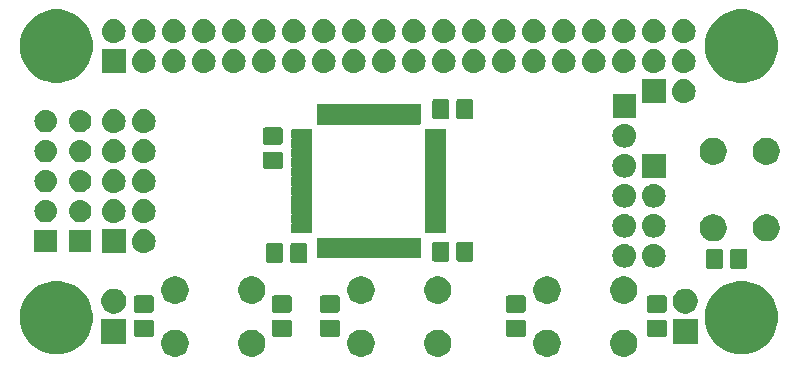
<source format=gts>
G04 #@! TF.GenerationSoftware,KiCad,Pcbnew,(5.1.4)-1*
G04 #@! TF.CreationDate,2019-11-20T21:09:20+00:00*
G04 #@! TF.ProjectId,rgb-to-hdmi,7267622d-746f-42d6-9864-6d692e6b6963,rev?*
G04 #@! TF.SameCoordinates,Original*
G04 #@! TF.FileFunction,Soldermask,Top*
G04 #@! TF.FilePolarity,Negative*
%FSLAX46Y46*%
G04 Gerber Fmt 4.6, Leading zero omitted, Abs format (unit mm)*
G04 Created by KiCad (PCBNEW (5.1.4)-1) date 2019-11-20 21:09:20*
%MOMM*%
%LPD*%
G04 APERTURE LIST*
%ADD10C,0.100000*%
G04 APERTURE END LIST*
D10*
G36*
X64387443Y-52041154D02*
G01*
X64596728Y-52127842D01*
X64785081Y-52253696D01*
X64945264Y-52413879D01*
X65071118Y-52602232D01*
X65157806Y-52811517D01*
X65202000Y-53033695D01*
X65202000Y-53260225D01*
X65157806Y-53482403D01*
X65071118Y-53691688D01*
X64945264Y-53880041D01*
X64785081Y-54040224D01*
X64596728Y-54166078D01*
X64387443Y-54252766D01*
X64165265Y-54296960D01*
X63938735Y-54296960D01*
X63716557Y-54252766D01*
X63507272Y-54166078D01*
X63318919Y-54040224D01*
X63158736Y-53880041D01*
X63032882Y-53691688D01*
X62946194Y-53482403D01*
X62902000Y-53260225D01*
X62902000Y-53033695D01*
X62946194Y-52811517D01*
X63032882Y-52602232D01*
X63158736Y-52413879D01*
X63318919Y-52253696D01*
X63507272Y-52127842D01*
X63716557Y-52041154D01*
X63938735Y-51996960D01*
X64165265Y-51996960D01*
X64387443Y-52041154D01*
X64387443Y-52041154D01*
G37*
G36*
X42139443Y-52041154D02*
G01*
X42348728Y-52127842D01*
X42537081Y-52253696D01*
X42697264Y-52413879D01*
X42823118Y-52602232D01*
X42909806Y-52811517D01*
X42954000Y-53033695D01*
X42954000Y-53260225D01*
X42909806Y-53482403D01*
X42823118Y-53691688D01*
X42697264Y-53880041D01*
X42537081Y-54040224D01*
X42348728Y-54166078D01*
X42139443Y-54252766D01*
X41917265Y-54296960D01*
X41690735Y-54296960D01*
X41468557Y-54252766D01*
X41259272Y-54166078D01*
X41070919Y-54040224D01*
X40910736Y-53880041D01*
X40784882Y-53691688D01*
X40698194Y-53482403D01*
X40654000Y-53260225D01*
X40654000Y-53033695D01*
X40698194Y-52811517D01*
X40784882Y-52602232D01*
X40910736Y-52413879D01*
X41070919Y-52253696D01*
X41259272Y-52127842D01*
X41468557Y-52041154D01*
X41690735Y-51996960D01*
X41917265Y-51996960D01*
X42139443Y-52041154D01*
X42139443Y-52041154D01*
G37*
G36*
X57887443Y-52041154D02*
G01*
X58096728Y-52127842D01*
X58285081Y-52253696D01*
X58445264Y-52413879D01*
X58571118Y-52602232D01*
X58657806Y-52811517D01*
X58702000Y-53033695D01*
X58702000Y-53260225D01*
X58657806Y-53482403D01*
X58571118Y-53691688D01*
X58445264Y-53880041D01*
X58285081Y-54040224D01*
X58096728Y-54166078D01*
X57887443Y-54252766D01*
X57665265Y-54296960D01*
X57438735Y-54296960D01*
X57216557Y-54252766D01*
X57007272Y-54166078D01*
X56818919Y-54040224D01*
X56658736Y-53880041D01*
X56532882Y-53691688D01*
X56446194Y-53482403D01*
X56402000Y-53260225D01*
X56402000Y-53033695D01*
X56446194Y-52811517D01*
X56532882Y-52602232D01*
X56658736Y-52413879D01*
X56818919Y-52253696D01*
X57007272Y-52127842D01*
X57216557Y-52041154D01*
X57438735Y-51996960D01*
X57665265Y-51996960D01*
X57887443Y-52041154D01*
X57887443Y-52041154D01*
G37*
G36*
X48639443Y-52041154D02*
G01*
X48848728Y-52127842D01*
X49037081Y-52253696D01*
X49197264Y-52413879D01*
X49323118Y-52602232D01*
X49409806Y-52811517D01*
X49454000Y-53033695D01*
X49454000Y-53260225D01*
X49409806Y-53482403D01*
X49323118Y-53691688D01*
X49197264Y-53880041D01*
X49037081Y-54040224D01*
X48848728Y-54166078D01*
X48639443Y-54252766D01*
X48417265Y-54296960D01*
X48190735Y-54296960D01*
X47968557Y-54252766D01*
X47759272Y-54166078D01*
X47570919Y-54040224D01*
X47410736Y-53880041D01*
X47284882Y-53691688D01*
X47198194Y-53482403D01*
X47154000Y-53260225D01*
X47154000Y-53033695D01*
X47198194Y-52811517D01*
X47284882Y-52602232D01*
X47410736Y-52413879D01*
X47570919Y-52253696D01*
X47759272Y-52127842D01*
X47968557Y-52041154D01*
X48190735Y-51996960D01*
X48417265Y-51996960D01*
X48639443Y-52041154D01*
X48639443Y-52041154D01*
G37*
G36*
X26391443Y-52041154D02*
G01*
X26600728Y-52127842D01*
X26789081Y-52253696D01*
X26949264Y-52413879D01*
X27075118Y-52602232D01*
X27161806Y-52811517D01*
X27206000Y-53033695D01*
X27206000Y-53260225D01*
X27161806Y-53482403D01*
X27075118Y-53691688D01*
X26949264Y-53880041D01*
X26789081Y-54040224D01*
X26600728Y-54166078D01*
X26391443Y-54252766D01*
X26169265Y-54296960D01*
X25942735Y-54296960D01*
X25720557Y-54252766D01*
X25511272Y-54166078D01*
X25322919Y-54040224D01*
X25162736Y-53880041D01*
X25036882Y-53691688D01*
X24950194Y-53482403D01*
X24906000Y-53260225D01*
X24906000Y-53033695D01*
X24950194Y-52811517D01*
X25036882Y-52602232D01*
X25162736Y-52413879D01*
X25322919Y-52253696D01*
X25511272Y-52127842D01*
X25720557Y-52041154D01*
X25942735Y-51996960D01*
X26169265Y-51996960D01*
X26391443Y-52041154D01*
X26391443Y-52041154D01*
G37*
G36*
X32891443Y-52041154D02*
G01*
X33100728Y-52127842D01*
X33289081Y-52253696D01*
X33449264Y-52413879D01*
X33575118Y-52602232D01*
X33661806Y-52811517D01*
X33706000Y-53033695D01*
X33706000Y-53260225D01*
X33661806Y-53482403D01*
X33575118Y-53691688D01*
X33449264Y-53880041D01*
X33289081Y-54040224D01*
X33100728Y-54166078D01*
X32891443Y-54252766D01*
X32669265Y-54296960D01*
X32442735Y-54296960D01*
X32220557Y-54252766D01*
X32011272Y-54166078D01*
X31822919Y-54040224D01*
X31662736Y-53880041D01*
X31536882Y-53691688D01*
X31450194Y-53482403D01*
X31406000Y-53260225D01*
X31406000Y-53033695D01*
X31450194Y-52811517D01*
X31536882Y-52602232D01*
X31662736Y-52413879D01*
X31822919Y-52253696D01*
X32011272Y-52127842D01*
X32220557Y-52041154D01*
X32442735Y-51996960D01*
X32669265Y-51996960D01*
X32891443Y-52041154D01*
X32891443Y-52041154D01*
G37*
G36*
X74904237Y-48019131D02*
G01*
X75468401Y-48252815D01*
X75976135Y-48592072D01*
X76407928Y-49023865D01*
X76747185Y-49531599D01*
X76977786Y-50088320D01*
X76980869Y-50095763D01*
X77068630Y-50536966D01*
X77100000Y-50694677D01*
X77100000Y-51305323D01*
X76980869Y-51904237D01*
X76747185Y-52468401D01*
X76407928Y-52976135D01*
X75976135Y-53407928D01*
X75468401Y-53747185D01*
X74904237Y-53980869D01*
X74305324Y-54100000D01*
X73694676Y-54100000D01*
X73095763Y-53980869D01*
X72531599Y-53747185D01*
X72023865Y-53407928D01*
X71592072Y-52976135D01*
X71252815Y-52468401D01*
X71019131Y-51904237D01*
X70900000Y-51305323D01*
X70900000Y-50694677D01*
X70931371Y-50536966D01*
X71019131Y-50095763D01*
X71022214Y-50088320D01*
X71252815Y-49531599D01*
X71592072Y-49023865D01*
X72023865Y-48592072D01*
X72531599Y-48252815D01*
X73095763Y-48019131D01*
X73694676Y-47900000D01*
X74305324Y-47900000D01*
X74904237Y-48019131D01*
X74904237Y-48019131D01*
G37*
G36*
X16904237Y-48019131D02*
G01*
X17468401Y-48252815D01*
X17976135Y-48592072D01*
X18407928Y-49023865D01*
X18747185Y-49531599D01*
X18977786Y-50088320D01*
X18980869Y-50095763D01*
X19068630Y-50536966D01*
X19100000Y-50694677D01*
X19100000Y-51305323D01*
X18980869Y-51904237D01*
X18747185Y-52468401D01*
X18407928Y-52976135D01*
X17976135Y-53407928D01*
X17468401Y-53747185D01*
X16904237Y-53980869D01*
X16305324Y-54100000D01*
X15694676Y-54100000D01*
X15095763Y-53980869D01*
X14531599Y-53747185D01*
X14023865Y-53407928D01*
X13592072Y-52976135D01*
X13252815Y-52468401D01*
X13019131Y-51904237D01*
X12900000Y-51305323D01*
X12900000Y-50694677D01*
X12931371Y-50536966D01*
X13019131Y-50095763D01*
X13022214Y-50088320D01*
X13252815Y-49531599D01*
X13592072Y-49023865D01*
X14023865Y-48592072D01*
X14531599Y-48252815D01*
X15095763Y-48019131D01*
X15694676Y-47900000D01*
X16305324Y-47900000D01*
X16904237Y-48019131D01*
X16904237Y-48019131D01*
G37*
G36*
X70309000Y-53180960D02*
G01*
X68209000Y-53180960D01*
X68209000Y-51080960D01*
X70309000Y-51080960D01*
X70309000Y-53180960D01*
X70309000Y-53180960D01*
G37*
G36*
X21922000Y-53180960D02*
G01*
X19822000Y-53180960D01*
X19822000Y-51080960D01*
X21922000Y-51080960D01*
X21922000Y-53180960D01*
X21922000Y-53180960D01*
G37*
G36*
X39847080Y-51165794D02*
G01*
X39884825Y-51177244D01*
X39919613Y-51195838D01*
X39950101Y-51220859D01*
X39975122Y-51251347D01*
X39993716Y-51286135D01*
X40005166Y-51323880D01*
X40010000Y-51372960D01*
X40010000Y-52398960D01*
X40005166Y-52448040D01*
X39993716Y-52485785D01*
X39975122Y-52520573D01*
X39950101Y-52551061D01*
X39919613Y-52576082D01*
X39884825Y-52594676D01*
X39847080Y-52606126D01*
X39798000Y-52610960D01*
X38522000Y-52610960D01*
X38472920Y-52606126D01*
X38435175Y-52594676D01*
X38400387Y-52576082D01*
X38369899Y-52551061D01*
X38344878Y-52520573D01*
X38326284Y-52485785D01*
X38314834Y-52448040D01*
X38310000Y-52398960D01*
X38310000Y-51372960D01*
X38314834Y-51323880D01*
X38326284Y-51286135D01*
X38344878Y-51251347D01*
X38369899Y-51220859D01*
X38400387Y-51195838D01*
X38435175Y-51177244D01*
X38472920Y-51165794D01*
X38522000Y-51160960D01*
X39798000Y-51160960D01*
X39847080Y-51165794D01*
X39847080Y-51165794D01*
G37*
G36*
X35783080Y-51165794D02*
G01*
X35820825Y-51177244D01*
X35855613Y-51195838D01*
X35886101Y-51220859D01*
X35911122Y-51251347D01*
X35929716Y-51286135D01*
X35941166Y-51323880D01*
X35946000Y-51372960D01*
X35946000Y-52398960D01*
X35941166Y-52448040D01*
X35929716Y-52485785D01*
X35911122Y-52520573D01*
X35886101Y-52551061D01*
X35855613Y-52576082D01*
X35820825Y-52594676D01*
X35783080Y-52606126D01*
X35734000Y-52610960D01*
X34458000Y-52610960D01*
X34408920Y-52606126D01*
X34371175Y-52594676D01*
X34336387Y-52576082D01*
X34305899Y-52551061D01*
X34280878Y-52520573D01*
X34262284Y-52485785D01*
X34250834Y-52448040D01*
X34246000Y-52398960D01*
X34246000Y-51372960D01*
X34250834Y-51323880D01*
X34262284Y-51286135D01*
X34280878Y-51251347D01*
X34305899Y-51220859D01*
X34336387Y-51195838D01*
X34371175Y-51177244D01*
X34408920Y-51165794D01*
X34458000Y-51160960D01*
X35734000Y-51160960D01*
X35783080Y-51165794D01*
X35783080Y-51165794D01*
G37*
G36*
X67533080Y-51165794D02*
G01*
X67570825Y-51177244D01*
X67605613Y-51195838D01*
X67636101Y-51220859D01*
X67661122Y-51251347D01*
X67679716Y-51286135D01*
X67691166Y-51323880D01*
X67696000Y-51372960D01*
X67696000Y-52398960D01*
X67691166Y-52448040D01*
X67679716Y-52485785D01*
X67661122Y-52520573D01*
X67636101Y-52551061D01*
X67605613Y-52576082D01*
X67570825Y-52594676D01*
X67533080Y-52606126D01*
X67484000Y-52610960D01*
X66208000Y-52610960D01*
X66158920Y-52606126D01*
X66121175Y-52594676D01*
X66086387Y-52576082D01*
X66055899Y-52551061D01*
X66030878Y-52520573D01*
X66012284Y-52485785D01*
X66000834Y-52448040D01*
X65996000Y-52398960D01*
X65996000Y-51372960D01*
X66000834Y-51323880D01*
X66012284Y-51286135D01*
X66030878Y-51251347D01*
X66055899Y-51220859D01*
X66086387Y-51195838D01*
X66121175Y-51177244D01*
X66158920Y-51165794D01*
X66208000Y-51160960D01*
X67484000Y-51160960D01*
X67533080Y-51165794D01*
X67533080Y-51165794D01*
G37*
G36*
X55595080Y-51165794D02*
G01*
X55632825Y-51177244D01*
X55667613Y-51195838D01*
X55698101Y-51220859D01*
X55723122Y-51251347D01*
X55741716Y-51286135D01*
X55753166Y-51323880D01*
X55758000Y-51372960D01*
X55758000Y-52398960D01*
X55753166Y-52448040D01*
X55741716Y-52485785D01*
X55723122Y-52520573D01*
X55698101Y-52551061D01*
X55667613Y-52576082D01*
X55632825Y-52594676D01*
X55595080Y-52606126D01*
X55546000Y-52610960D01*
X54270000Y-52610960D01*
X54220920Y-52606126D01*
X54183175Y-52594676D01*
X54148387Y-52576082D01*
X54117899Y-52551061D01*
X54092878Y-52520573D01*
X54074284Y-52485785D01*
X54062834Y-52448040D01*
X54058000Y-52398960D01*
X54058000Y-51372960D01*
X54062834Y-51323880D01*
X54074284Y-51286135D01*
X54092878Y-51251347D01*
X54117899Y-51220859D01*
X54148387Y-51195838D01*
X54183175Y-51177244D01*
X54220920Y-51165794D01*
X54270000Y-51160960D01*
X55546000Y-51160960D01*
X55595080Y-51165794D01*
X55595080Y-51165794D01*
G37*
G36*
X24099080Y-51165794D02*
G01*
X24136825Y-51177244D01*
X24171613Y-51195838D01*
X24202101Y-51220859D01*
X24227122Y-51251347D01*
X24245716Y-51286135D01*
X24257166Y-51323880D01*
X24262000Y-51372960D01*
X24262000Y-52398960D01*
X24257166Y-52448040D01*
X24245716Y-52485785D01*
X24227122Y-52520573D01*
X24202101Y-52551061D01*
X24171613Y-52576082D01*
X24136825Y-52594676D01*
X24099080Y-52606126D01*
X24050000Y-52610960D01*
X22774000Y-52610960D01*
X22724920Y-52606126D01*
X22687175Y-52594676D01*
X22652387Y-52576082D01*
X22621899Y-52551061D01*
X22596878Y-52520573D01*
X22578284Y-52485785D01*
X22566834Y-52448040D01*
X22562000Y-52398960D01*
X22562000Y-51372960D01*
X22566834Y-51323880D01*
X22578284Y-51286135D01*
X22596878Y-51251347D01*
X22621899Y-51220859D01*
X22652387Y-51195838D01*
X22687175Y-51177244D01*
X22724920Y-51165794D01*
X22774000Y-51160960D01*
X24050000Y-51160960D01*
X24099080Y-51165794D01*
X24099080Y-51165794D01*
G37*
G36*
X69565274Y-48581310D02*
G01*
X69756362Y-48660462D01*
X69928336Y-48775371D01*
X70074589Y-48921624D01*
X70189498Y-49093598D01*
X70268650Y-49284686D01*
X70309000Y-49487544D01*
X70309000Y-49694376D01*
X70268650Y-49897234D01*
X70189498Y-50088322D01*
X70074589Y-50260296D01*
X69928336Y-50406549D01*
X69756362Y-50521458D01*
X69565274Y-50600610D01*
X69362416Y-50640960D01*
X69155584Y-50640960D01*
X68952726Y-50600610D01*
X68761638Y-50521458D01*
X68589664Y-50406549D01*
X68443411Y-50260296D01*
X68328502Y-50088322D01*
X68249350Y-49897234D01*
X68209000Y-49694376D01*
X68209000Y-49487544D01*
X68249350Y-49284686D01*
X68328502Y-49093598D01*
X68443411Y-48921624D01*
X68589664Y-48775371D01*
X68761638Y-48660462D01*
X68952726Y-48581310D01*
X69155584Y-48540960D01*
X69362416Y-48540960D01*
X69565274Y-48581310D01*
X69565274Y-48581310D01*
G37*
G36*
X21178274Y-48581310D02*
G01*
X21369362Y-48660462D01*
X21541336Y-48775371D01*
X21687589Y-48921624D01*
X21802498Y-49093598D01*
X21881650Y-49284686D01*
X21922000Y-49487544D01*
X21922000Y-49694376D01*
X21881650Y-49897234D01*
X21802498Y-50088322D01*
X21687589Y-50260296D01*
X21541336Y-50406549D01*
X21369362Y-50521458D01*
X21178274Y-50600610D01*
X20975416Y-50640960D01*
X20768584Y-50640960D01*
X20565726Y-50600610D01*
X20374638Y-50521458D01*
X20202664Y-50406549D01*
X20056411Y-50260296D01*
X19941502Y-50088322D01*
X19862350Y-49897234D01*
X19822000Y-49694376D01*
X19822000Y-49487544D01*
X19862350Y-49284686D01*
X19941502Y-49093598D01*
X20056411Y-48921624D01*
X20202664Y-48775371D01*
X20374638Y-48660462D01*
X20565726Y-48581310D01*
X20768584Y-48540960D01*
X20975416Y-48540960D01*
X21178274Y-48581310D01*
X21178274Y-48581310D01*
G37*
G36*
X55595080Y-49115794D02*
G01*
X55632825Y-49127244D01*
X55667613Y-49145838D01*
X55698101Y-49170859D01*
X55723122Y-49201347D01*
X55741716Y-49236135D01*
X55753166Y-49273880D01*
X55758000Y-49322960D01*
X55758000Y-50348960D01*
X55753166Y-50398040D01*
X55741716Y-50435785D01*
X55723122Y-50470573D01*
X55698101Y-50501061D01*
X55667613Y-50526082D01*
X55632825Y-50544676D01*
X55595080Y-50556126D01*
X55546000Y-50560960D01*
X54270000Y-50560960D01*
X54220920Y-50556126D01*
X54183175Y-50544676D01*
X54148387Y-50526082D01*
X54117899Y-50501061D01*
X54092878Y-50470573D01*
X54074284Y-50435785D01*
X54062834Y-50398040D01*
X54058000Y-50348960D01*
X54058000Y-49322960D01*
X54062834Y-49273880D01*
X54074284Y-49236135D01*
X54092878Y-49201347D01*
X54117899Y-49170859D01*
X54148387Y-49145838D01*
X54183175Y-49127244D01*
X54220920Y-49115794D01*
X54270000Y-49110960D01*
X55546000Y-49110960D01*
X55595080Y-49115794D01*
X55595080Y-49115794D01*
G37*
G36*
X35783080Y-49115794D02*
G01*
X35820825Y-49127244D01*
X35855613Y-49145838D01*
X35886101Y-49170859D01*
X35911122Y-49201347D01*
X35929716Y-49236135D01*
X35941166Y-49273880D01*
X35946000Y-49322960D01*
X35946000Y-50348960D01*
X35941166Y-50398040D01*
X35929716Y-50435785D01*
X35911122Y-50470573D01*
X35886101Y-50501061D01*
X35855613Y-50526082D01*
X35820825Y-50544676D01*
X35783080Y-50556126D01*
X35734000Y-50560960D01*
X34458000Y-50560960D01*
X34408920Y-50556126D01*
X34371175Y-50544676D01*
X34336387Y-50526082D01*
X34305899Y-50501061D01*
X34280878Y-50470573D01*
X34262284Y-50435785D01*
X34250834Y-50398040D01*
X34246000Y-50348960D01*
X34246000Y-49322960D01*
X34250834Y-49273880D01*
X34262284Y-49236135D01*
X34280878Y-49201347D01*
X34305899Y-49170859D01*
X34336387Y-49145838D01*
X34371175Y-49127244D01*
X34408920Y-49115794D01*
X34458000Y-49110960D01*
X35734000Y-49110960D01*
X35783080Y-49115794D01*
X35783080Y-49115794D01*
G37*
G36*
X39847080Y-49115794D02*
G01*
X39884825Y-49127244D01*
X39919613Y-49145838D01*
X39950101Y-49170859D01*
X39975122Y-49201347D01*
X39993716Y-49236135D01*
X40005166Y-49273880D01*
X40010000Y-49322960D01*
X40010000Y-50348960D01*
X40005166Y-50398040D01*
X39993716Y-50435785D01*
X39975122Y-50470573D01*
X39950101Y-50501061D01*
X39919613Y-50526082D01*
X39884825Y-50544676D01*
X39847080Y-50556126D01*
X39798000Y-50560960D01*
X38522000Y-50560960D01*
X38472920Y-50556126D01*
X38435175Y-50544676D01*
X38400387Y-50526082D01*
X38369899Y-50501061D01*
X38344878Y-50470573D01*
X38326284Y-50435785D01*
X38314834Y-50398040D01*
X38310000Y-50348960D01*
X38310000Y-49322960D01*
X38314834Y-49273880D01*
X38326284Y-49236135D01*
X38344878Y-49201347D01*
X38369899Y-49170859D01*
X38400387Y-49145838D01*
X38435175Y-49127244D01*
X38472920Y-49115794D01*
X38522000Y-49110960D01*
X39798000Y-49110960D01*
X39847080Y-49115794D01*
X39847080Y-49115794D01*
G37*
G36*
X24099080Y-49115794D02*
G01*
X24136825Y-49127244D01*
X24171613Y-49145838D01*
X24202101Y-49170859D01*
X24227122Y-49201347D01*
X24245716Y-49236135D01*
X24257166Y-49273880D01*
X24262000Y-49322960D01*
X24262000Y-50348960D01*
X24257166Y-50398040D01*
X24245716Y-50435785D01*
X24227122Y-50470573D01*
X24202101Y-50501061D01*
X24171613Y-50526082D01*
X24136825Y-50544676D01*
X24099080Y-50556126D01*
X24050000Y-50560960D01*
X22774000Y-50560960D01*
X22724920Y-50556126D01*
X22687175Y-50544676D01*
X22652387Y-50526082D01*
X22621899Y-50501061D01*
X22596878Y-50470573D01*
X22578284Y-50435785D01*
X22566834Y-50398040D01*
X22562000Y-50348960D01*
X22562000Y-49322960D01*
X22566834Y-49273880D01*
X22578284Y-49236135D01*
X22596878Y-49201347D01*
X22621899Y-49170859D01*
X22652387Y-49145838D01*
X22687175Y-49127244D01*
X22724920Y-49115794D01*
X22774000Y-49110960D01*
X24050000Y-49110960D01*
X24099080Y-49115794D01*
X24099080Y-49115794D01*
G37*
G36*
X67533080Y-49115794D02*
G01*
X67570825Y-49127244D01*
X67605613Y-49145838D01*
X67636101Y-49170859D01*
X67661122Y-49201347D01*
X67679716Y-49236135D01*
X67691166Y-49273880D01*
X67696000Y-49322960D01*
X67696000Y-50348960D01*
X67691166Y-50398040D01*
X67679716Y-50435785D01*
X67661122Y-50470573D01*
X67636101Y-50501061D01*
X67605613Y-50526082D01*
X67570825Y-50544676D01*
X67533080Y-50556126D01*
X67484000Y-50560960D01*
X66208000Y-50560960D01*
X66158920Y-50556126D01*
X66121175Y-50544676D01*
X66086387Y-50526082D01*
X66055899Y-50501061D01*
X66030878Y-50470573D01*
X66012284Y-50435785D01*
X66000834Y-50398040D01*
X65996000Y-50348960D01*
X65996000Y-49322960D01*
X66000834Y-49273880D01*
X66012284Y-49236135D01*
X66030878Y-49201347D01*
X66055899Y-49170859D01*
X66086387Y-49145838D01*
X66121175Y-49127244D01*
X66158920Y-49115794D01*
X66208000Y-49110960D01*
X67484000Y-49110960D01*
X67533080Y-49115794D01*
X67533080Y-49115794D01*
G37*
G36*
X32891443Y-47541154D02*
G01*
X33100728Y-47627842D01*
X33289081Y-47753696D01*
X33449264Y-47913879D01*
X33575118Y-48102232D01*
X33661806Y-48311517D01*
X33706000Y-48533695D01*
X33706000Y-48760225D01*
X33661806Y-48982403D01*
X33575118Y-49191688D01*
X33449264Y-49380041D01*
X33289081Y-49540224D01*
X33100728Y-49666078D01*
X32891443Y-49752766D01*
X32669265Y-49796960D01*
X32442735Y-49796960D01*
X32220557Y-49752766D01*
X32011272Y-49666078D01*
X31822919Y-49540224D01*
X31662736Y-49380041D01*
X31536882Y-49191688D01*
X31450194Y-48982403D01*
X31406000Y-48760225D01*
X31406000Y-48533695D01*
X31450194Y-48311517D01*
X31536882Y-48102232D01*
X31662736Y-47913879D01*
X31822919Y-47753696D01*
X32011272Y-47627842D01*
X32220557Y-47541154D01*
X32442735Y-47496960D01*
X32669265Y-47496960D01*
X32891443Y-47541154D01*
X32891443Y-47541154D01*
G37*
G36*
X57887443Y-47541154D02*
G01*
X58096728Y-47627842D01*
X58285081Y-47753696D01*
X58445264Y-47913879D01*
X58571118Y-48102232D01*
X58657806Y-48311517D01*
X58702000Y-48533695D01*
X58702000Y-48760225D01*
X58657806Y-48982403D01*
X58571118Y-49191688D01*
X58445264Y-49380041D01*
X58285081Y-49540224D01*
X58096728Y-49666078D01*
X57887443Y-49752766D01*
X57665265Y-49796960D01*
X57438735Y-49796960D01*
X57216557Y-49752766D01*
X57007272Y-49666078D01*
X56818919Y-49540224D01*
X56658736Y-49380041D01*
X56532882Y-49191688D01*
X56446194Y-48982403D01*
X56402000Y-48760225D01*
X56402000Y-48533695D01*
X56446194Y-48311517D01*
X56532882Y-48102232D01*
X56658736Y-47913879D01*
X56818919Y-47753696D01*
X57007272Y-47627842D01*
X57216557Y-47541154D01*
X57438735Y-47496960D01*
X57665265Y-47496960D01*
X57887443Y-47541154D01*
X57887443Y-47541154D01*
G37*
G36*
X48639443Y-47541154D02*
G01*
X48848728Y-47627842D01*
X49037081Y-47753696D01*
X49197264Y-47913879D01*
X49323118Y-48102232D01*
X49409806Y-48311517D01*
X49454000Y-48533695D01*
X49454000Y-48760225D01*
X49409806Y-48982403D01*
X49323118Y-49191688D01*
X49197264Y-49380041D01*
X49037081Y-49540224D01*
X48848728Y-49666078D01*
X48639443Y-49752766D01*
X48417265Y-49796960D01*
X48190735Y-49796960D01*
X47968557Y-49752766D01*
X47759272Y-49666078D01*
X47570919Y-49540224D01*
X47410736Y-49380041D01*
X47284882Y-49191688D01*
X47198194Y-48982403D01*
X47154000Y-48760225D01*
X47154000Y-48533695D01*
X47198194Y-48311517D01*
X47284882Y-48102232D01*
X47410736Y-47913879D01*
X47570919Y-47753696D01*
X47759272Y-47627842D01*
X47968557Y-47541154D01*
X48190735Y-47496960D01*
X48417265Y-47496960D01*
X48639443Y-47541154D01*
X48639443Y-47541154D01*
G37*
G36*
X42139443Y-47541154D02*
G01*
X42348728Y-47627842D01*
X42537081Y-47753696D01*
X42697264Y-47913879D01*
X42823118Y-48102232D01*
X42909806Y-48311517D01*
X42954000Y-48533695D01*
X42954000Y-48760225D01*
X42909806Y-48982403D01*
X42823118Y-49191688D01*
X42697264Y-49380041D01*
X42537081Y-49540224D01*
X42348728Y-49666078D01*
X42139443Y-49752766D01*
X41917265Y-49796960D01*
X41690735Y-49796960D01*
X41468557Y-49752766D01*
X41259272Y-49666078D01*
X41070919Y-49540224D01*
X40910736Y-49380041D01*
X40784882Y-49191688D01*
X40698194Y-48982403D01*
X40654000Y-48760225D01*
X40654000Y-48533695D01*
X40698194Y-48311517D01*
X40784882Y-48102232D01*
X40910736Y-47913879D01*
X41070919Y-47753696D01*
X41259272Y-47627842D01*
X41468557Y-47541154D01*
X41690735Y-47496960D01*
X41917265Y-47496960D01*
X42139443Y-47541154D01*
X42139443Y-47541154D01*
G37*
G36*
X64387443Y-47541154D02*
G01*
X64596728Y-47627842D01*
X64785081Y-47753696D01*
X64945264Y-47913879D01*
X65071118Y-48102232D01*
X65157806Y-48311517D01*
X65202000Y-48533695D01*
X65202000Y-48760225D01*
X65157806Y-48982403D01*
X65071118Y-49191688D01*
X64945264Y-49380041D01*
X64785081Y-49540224D01*
X64596728Y-49666078D01*
X64387443Y-49752766D01*
X64165265Y-49796960D01*
X63938735Y-49796960D01*
X63716557Y-49752766D01*
X63507272Y-49666078D01*
X63318919Y-49540224D01*
X63158736Y-49380041D01*
X63032882Y-49191688D01*
X62946194Y-48982403D01*
X62902000Y-48760225D01*
X62902000Y-48533695D01*
X62946194Y-48311517D01*
X63032882Y-48102232D01*
X63158736Y-47913879D01*
X63318919Y-47753696D01*
X63507272Y-47627842D01*
X63716557Y-47541154D01*
X63938735Y-47496960D01*
X64165265Y-47496960D01*
X64387443Y-47541154D01*
X64387443Y-47541154D01*
G37*
G36*
X26391443Y-47541154D02*
G01*
X26600728Y-47627842D01*
X26789081Y-47753696D01*
X26949264Y-47913879D01*
X27075118Y-48102232D01*
X27161806Y-48311517D01*
X27206000Y-48533695D01*
X27206000Y-48760225D01*
X27161806Y-48982403D01*
X27075118Y-49191688D01*
X26949264Y-49380041D01*
X26789081Y-49540224D01*
X26600728Y-49666078D01*
X26391443Y-49752766D01*
X26169265Y-49796960D01*
X25942735Y-49796960D01*
X25720557Y-49752766D01*
X25511272Y-49666078D01*
X25322919Y-49540224D01*
X25162736Y-49380041D01*
X25036882Y-49191688D01*
X24950194Y-48982403D01*
X24906000Y-48760225D01*
X24906000Y-48533695D01*
X24950194Y-48311517D01*
X25036882Y-48102232D01*
X25162736Y-47913879D01*
X25322919Y-47753696D01*
X25511272Y-47627842D01*
X25720557Y-47541154D01*
X25942735Y-47496960D01*
X26169265Y-47496960D01*
X26391443Y-47541154D01*
X26391443Y-47541154D01*
G37*
G36*
X72301280Y-45164394D02*
G01*
X72339025Y-45175844D01*
X72373813Y-45194438D01*
X72404301Y-45219459D01*
X72429322Y-45249947D01*
X72447916Y-45284735D01*
X72459366Y-45322480D01*
X72464200Y-45371560D01*
X72464200Y-46647560D01*
X72459366Y-46696640D01*
X72447916Y-46734385D01*
X72429322Y-46769173D01*
X72404301Y-46799661D01*
X72373813Y-46824682D01*
X72339025Y-46843276D01*
X72301280Y-46854726D01*
X72252200Y-46859560D01*
X71226200Y-46859560D01*
X71177120Y-46854726D01*
X71139375Y-46843276D01*
X71104587Y-46824682D01*
X71074099Y-46799661D01*
X71049078Y-46769173D01*
X71030484Y-46734385D01*
X71019034Y-46696640D01*
X71014200Y-46647560D01*
X71014200Y-45371560D01*
X71019034Y-45322480D01*
X71030484Y-45284735D01*
X71049078Y-45249947D01*
X71074099Y-45219459D01*
X71104587Y-45194438D01*
X71139375Y-45175844D01*
X71177120Y-45164394D01*
X71226200Y-45159560D01*
X72252200Y-45159560D01*
X72301280Y-45164394D01*
X72301280Y-45164394D01*
G37*
G36*
X74351280Y-45164394D02*
G01*
X74389025Y-45175844D01*
X74423813Y-45194438D01*
X74454301Y-45219459D01*
X74479322Y-45249947D01*
X74497916Y-45284735D01*
X74509366Y-45322480D01*
X74514200Y-45371560D01*
X74514200Y-46647560D01*
X74509366Y-46696640D01*
X74497916Y-46734385D01*
X74479322Y-46769173D01*
X74454301Y-46799661D01*
X74423813Y-46824682D01*
X74389025Y-46843276D01*
X74351280Y-46854726D01*
X74302200Y-46859560D01*
X73276200Y-46859560D01*
X73227120Y-46854726D01*
X73189375Y-46843276D01*
X73154587Y-46824682D01*
X73124099Y-46799661D01*
X73099078Y-46769173D01*
X73080484Y-46734385D01*
X73069034Y-46696640D01*
X73064200Y-46647560D01*
X73064200Y-45371560D01*
X73069034Y-45322480D01*
X73080484Y-45284735D01*
X73099078Y-45249947D01*
X73124099Y-45219459D01*
X73154587Y-45194438D01*
X73189375Y-45175844D01*
X73227120Y-45164394D01*
X73276200Y-45159560D01*
X74302200Y-45159560D01*
X74351280Y-45164394D01*
X74351280Y-45164394D01*
G37*
G36*
X66788036Y-44770029D02*
G01*
X66976533Y-44827209D01*
X67138265Y-44913658D01*
X67150258Y-44920068D01*
X67302528Y-45045032D01*
X67427492Y-45197302D01*
X67427493Y-45197304D01*
X67520351Y-45371027D01*
X67577531Y-45559524D01*
X67596838Y-45755560D01*
X67577531Y-45951596D01*
X67520351Y-46140093D01*
X67443091Y-46284635D01*
X67427492Y-46313818D01*
X67302528Y-46466088D01*
X67150258Y-46591052D01*
X67150256Y-46591053D01*
X66976533Y-46683911D01*
X66788036Y-46741091D01*
X66641125Y-46755560D01*
X66542875Y-46755560D01*
X66395964Y-46741091D01*
X66207467Y-46683911D01*
X66033744Y-46591053D01*
X66033742Y-46591052D01*
X65881472Y-46466088D01*
X65756508Y-46313818D01*
X65740909Y-46284635D01*
X65663649Y-46140093D01*
X65606469Y-45951596D01*
X65587162Y-45755560D01*
X65606469Y-45559524D01*
X65663649Y-45371027D01*
X65756507Y-45197304D01*
X65756508Y-45197302D01*
X65881472Y-45045032D01*
X66033742Y-44920068D01*
X66045735Y-44913658D01*
X66207467Y-44827209D01*
X66395964Y-44770029D01*
X66542875Y-44755560D01*
X66641125Y-44755560D01*
X66788036Y-44770029D01*
X66788036Y-44770029D01*
G37*
G36*
X64296836Y-44768470D02*
G01*
X64485333Y-44825650D01*
X64603776Y-44888960D01*
X64659058Y-44918509D01*
X64811328Y-45043473D01*
X64936292Y-45195743D01*
X64936293Y-45195745D01*
X65029151Y-45369468D01*
X65086331Y-45557965D01*
X65105638Y-45754001D01*
X65086331Y-45950037D01*
X65029151Y-46138534D01*
X64942702Y-46300266D01*
X64936292Y-46312259D01*
X64811328Y-46464529D01*
X64659058Y-46589493D01*
X64659056Y-46589494D01*
X64485333Y-46682352D01*
X64296836Y-46739532D01*
X64149925Y-46754001D01*
X64051675Y-46754001D01*
X63904764Y-46739532D01*
X63716267Y-46682352D01*
X63542544Y-46589494D01*
X63542542Y-46589493D01*
X63390272Y-46464529D01*
X63265308Y-46312259D01*
X63258898Y-46300266D01*
X63172449Y-46138534D01*
X63115269Y-45950037D01*
X63095962Y-45754001D01*
X63115269Y-45557965D01*
X63172449Y-45369468D01*
X63265307Y-45195745D01*
X63265308Y-45195743D01*
X63390272Y-45043473D01*
X63542542Y-44918509D01*
X63597824Y-44888960D01*
X63716267Y-44825650D01*
X63904764Y-44768470D01*
X64051675Y-44754001D01*
X64149925Y-44754001D01*
X64296836Y-44768470D01*
X64296836Y-44768470D01*
G37*
G36*
X35039480Y-44681794D02*
G01*
X35077225Y-44693244D01*
X35112013Y-44711838D01*
X35142501Y-44736859D01*
X35167522Y-44767347D01*
X35186116Y-44802135D01*
X35197566Y-44839880D01*
X35202400Y-44888960D01*
X35202400Y-46164960D01*
X35197566Y-46214040D01*
X35186116Y-46251785D01*
X35167522Y-46286573D01*
X35142501Y-46317061D01*
X35112013Y-46342082D01*
X35077225Y-46360676D01*
X35039480Y-46372126D01*
X34990400Y-46376960D01*
X33964400Y-46376960D01*
X33915320Y-46372126D01*
X33877575Y-46360676D01*
X33842787Y-46342082D01*
X33812299Y-46317061D01*
X33787278Y-46286573D01*
X33768684Y-46251785D01*
X33757234Y-46214040D01*
X33752400Y-46164960D01*
X33752400Y-44888960D01*
X33757234Y-44839880D01*
X33768684Y-44802135D01*
X33787278Y-44767347D01*
X33812299Y-44736859D01*
X33842787Y-44711838D01*
X33877575Y-44693244D01*
X33915320Y-44681794D01*
X33964400Y-44676960D01*
X34990400Y-44676960D01*
X35039480Y-44681794D01*
X35039480Y-44681794D01*
G37*
G36*
X37089480Y-44681794D02*
G01*
X37127225Y-44693244D01*
X37162013Y-44711838D01*
X37192501Y-44736859D01*
X37217522Y-44767347D01*
X37236116Y-44802135D01*
X37247566Y-44839880D01*
X37252400Y-44888960D01*
X37252400Y-46164960D01*
X37247566Y-46214040D01*
X37236116Y-46251785D01*
X37217522Y-46286573D01*
X37192501Y-46317061D01*
X37162013Y-46342082D01*
X37127225Y-46360676D01*
X37089480Y-46372126D01*
X37040400Y-46376960D01*
X36014400Y-46376960D01*
X35965320Y-46372126D01*
X35927575Y-46360676D01*
X35892787Y-46342082D01*
X35862299Y-46317061D01*
X35837278Y-46286573D01*
X35818684Y-46251785D01*
X35807234Y-46214040D01*
X35802400Y-46164960D01*
X35802400Y-44888960D01*
X35807234Y-44839880D01*
X35818684Y-44802135D01*
X35837278Y-44767347D01*
X35862299Y-44736859D01*
X35892787Y-44711838D01*
X35927575Y-44693244D01*
X35965320Y-44681794D01*
X36014400Y-44676960D01*
X37040400Y-44676960D01*
X37089480Y-44681794D01*
X37089480Y-44681794D01*
G37*
G36*
X51161080Y-44554794D02*
G01*
X51198825Y-44566244D01*
X51233613Y-44584838D01*
X51264101Y-44609859D01*
X51289122Y-44640347D01*
X51307716Y-44675135D01*
X51319166Y-44712880D01*
X51324000Y-44761960D01*
X51324000Y-46037960D01*
X51319166Y-46087040D01*
X51307716Y-46124785D01*
X51289122Y-46159573D01*
X51264101Y-46190061D01*
X51233613Y-46215082D01*
X51198825Y-46233676D01*
X51161080Y-46245126D01*
X51112000Y-46249960D01*
X50086000Y-46249960D01*
X50036920Y-46245126D01*
X49999175Y-46233676D01*
X49964387Y-46215082D01*
X49933899Y-46190061D01*
X49908878Y-46159573D01*
X49890284Y-46124785D01*
X49878834Y-46087040D01*
X49874000Y-46037960D01*
X49874000Y-44761960D01*
X49878834Y-44712880D01*
X49890284Y-44675135D01*
X49908878Y-44640347D01*
X49933899Y-44609859D01*
X49964387Y-44584838D01*
X49999175Y-44566244D01*
X50036920Y-44554794D01*
X50086000Y-44549960D01*
X51112000Y-44549960D01*
X51161080Y-44554794D01*
X51161080Y-44554794D01*
G37*
G36*
X49111080Y-44554794D02*
G01*
X49148825Y-44566244D01*
X49183613Y-44584838D01*
X49214101Y-44609859D01*
X49239122Y-44640347D01*
X49257716Y-44675135D01*
X49269166Y-44712880D01*
X49274000Y-44761960D01*
X49274000Y-46037960D01*
X49269166Y-46087040D01*
X49257716Y-46124785D01*
X49239122Y-46159573D01*
X49214101Y-46190061D01*
X49183613Y-46215082D01*
X49148825Y-46233676D01*
X49111080Y-46245126D01*
X49062000Y-46249960D01*
X48036000Y-46249960D01*
X47986920Y-46245126D01*
X47949175Y-46233676D01*
X47914387Y-46215082D01*
X47883899Y-46190061D01*
X47858878Y-46159573D01*
X47840284Y-46124785D01*
X47828834Y-46087040D01*
X47824000Y-46037960D01*
X47824000Y-44761960D01*
X47828834Y-44712880D01*
X47840284Y-44675135D01*
X47858878Y-44640347D01*
X47883899Y-44609859D01*
X47914387Y-44584838D01*
X47949175Y-44566244D01*
X47986920Y-44554794D01*
X48036000Y-44549960D01*
X49062000Y-44549960D01*
X49111080Y-44554794D01*
X49111080Y-44554794D01*
G37*
G36*
X38796260Y-44209071D02*
G01*
X38803943Y-44211402D01*
X38842397Y-44219051D01*
X38881603Y-44219051D01*
X38920057Y-44211402D01*
X38927740Y-44209071D01*
X38959328Y-44205960D01*
X39564672Y-44205960D01*
X39596260Y-44209071D01*
X39603943Y-44211402D01*
X39642397Y-44219051D01*
X39681603Y-44219051D01*
X39720057Y-44211402D01*
X39727740Y-44209071D01*
X39759328Y-44205960D01*
X40364672Y-44205960D01*
X40396260Y-44209071D01*
X40403943Y-44211402D01*
X40442397Y-44219051D01*
X40481603Y-44219051D01*
X40520057Y-44211402D01*
X40527740Y-44209071D01*
X40559328Y-44205960D01*
X41164672Y-44205960D01*
X41196260Y-44209071D01*
X41203943Y-44211402D01*
X41242397Y-44219051D01*
X41281603Y-44219051D01*
X41320057Y-44211402D01*
X41327740Y-44209071D01*
X41359328Y-44205960D01*
X41964672Y-44205960D01*
X41996260Y-44209071D01*
X42003943Y-44211402D01*
X42042397Y-44219051D01*
X42081603Y-44219051D01*
X42120057Y-44211402D01*
X42127740Y-44209071D01*
X42159328Y-44205960D01*
X42764672Y-44205960D01*
X42796260Y-44209071D01*
X42803943Y-44211402D01*
X42842397Y-44219051D01*
X42881603Y-44219051D01*
X42920057Y-44211402D01*
X42927740Y-44209071D01*
X42959328Y-44205960D01*
X43564672Y-44205960D01*
X43596260Y-44209071D01*
X43603943Y-44211402D01*
X43642397Y-44219051D01*
X43681603Y-44219051D01*
X43720057Y-44211402D01*
X43727740Y-44209071D01*
X43759328Y-44205960D01*
X44364672Y-44205960D01*
X44396260Y-44209071D01*
X44403943Y-44211402D01*
X44442397Y-44219051D01*
X44481603Y-44219051D01*
X44520057Y-44211402D01*
X44527740Y-44209071D01*
X44559328Y-44205960D01*
X45164672Y-44205960D01*
X45196260Y-44209071D01*
X45203943Y-44211402D01*
X45242397Y-44219051D01*
X45281603Y-44219051D01*
X45320057Y-44211402D01*
X45327740Y-44209071D01*
X45359328Y-44205960D01*
X45964672Y-44205960D01*
X45996260Y-44209071D01*
X46003943Y-44211402D01*
X46042397Y-44219051D01*
X46081603Y-44219051D01*
X46120057Y-44211402D01*
X46127740Y-44209071D01*
X46159328Y-44205960D01*
X46764672Y-44205960D01*
X46796259Y-44209071D01*
X46817182Y-44215418D01*
X46836461Y-44225723D01*
X46853365Y-44239595D01*
X46867237Y-44256499D01*
X46877542Y-44275778D01*
X46883889Y-44296701D01*
X46887000Y-44328288D01*
X46887000Y-45858632D01*
X46883889Y-45890219D01*
X46877542Y-45911142D01*
X46867237Y-45930421D01*
X46853365Y-45947325D01*
X46836461Y-45961197D01*
X46817182Y-45971502D01*
X46796259Y-45977849D01*
X46764672Y-45980960D01*
X46159328Y-45980960D01*
X46127740Y-45977849D01*
X46120057Y-45975518D01*
X46081603Y-45967869D01*
X46042397Y-45967869D01*
X46003943Y-45975518D01*
X45996260Y-45977849D01*
X45964672Y-45980960D01*
X45359328Y-45980960D01*
X45327740Y-45977849D01*
X45320057Y-45975518D01*
X45281603Y-45967869D01*
X45242397Y-45967869D01*
X45203943Y-45975518D01*
X45196260Y-45977849D01*
X45164672Y-45980960D01*
X44559328Y-45980960D01*
X44527740Y-45977849D01*
X44520057Y-45975518D01*
X44481603Y-45967869D01*
X44442397Y-45967869D01*
X44403943Y-45975518D01*
X44396260Y-45977849D01*
X44364672Y-45980960D01*
X43759328Y-45980960D01*
X43727740Y-45977849D01*
X43720057Y-45975518D01*
X43681603Y-45967869D01*
X43642397Y-45967869D01*
X43603943Y-45975518D01*
X43596260Y-45977849D01*
X43564672Y-45980960D01*
X42959328Y-45980960D01*
X42927740Y-45977849D01*
X42920057Y-45975518D01*
X42881603Y-45967869D01*
X42842397Y-45967869D01*
X42803943Y-45975518D01*
X42796260Y-45977849D01*
X42764672Y-45980960D01*
X42159328Y-45980960D01*
X42127740Y-45977849D01*
X42120057Y-45975518D01*
X42081603Y-45967869D01*
X42042397Y-45967869D01*
X42003943Y-45975518D01*
X41996260Y-45977849D01*
X41964672Y-45980960D01*
X41359328Y-45980960D01*
X41327740Y-45977849D01*
X41320057Y-45975518D01*
X41281603Y-45967869D01*
X41242397Y-45967869D01*
X41203943Y-45975518D01*
X41196260Y-45977849D01*
X41164672Y-45980960D01*
X40559328Y-45980960D01*
X40527740Y-45977849D01*
X40520057Y-45975518D01*
X40481603Y-45967869D01*
X40442397Y-45967869D01*
X40403943Y-45975518D01*
X40396260Y-45977849D01*
X40364672Y-45980960D01*
X39759328Y-45980960D01*
X39727740Y-45977849D01*
X39720057Y-45975518D01*
X39681603Y-45967869D01*
X39642397Y-45967869D01*
X39603943Y-45975518D01*
X39596260Y-45977849D01*
X39564672Y-45980960D01*
X38959328Y-45980960D01*
X38927740Y-45977849D01*
X38920057Y-45975518D01*
X38881603Y-45967869D01*
X38842397Y-45967869D01*
X38803943Y-45975518D01*
X38796260Y-45977849D01*
X38764672Y-45980960D01*
X38159328Y-45980960D01*
X38127741Y-45977849D01*
X38106818Y-45971502D01*
X38087539Y-45961197D01*
X38070635Y-45947325D01*
X38056763Y-45930421D01*
X38046458Y-45911142D01*
X38040111Y-45890219D01*
X38037000Y-45858632D01*
X38037000Y-44328288D01*
X38040111Y-44296701D01*
X38046458Y-44275778D01*
X38056763Y-44256499D01*
X38070635Y-44239595D01*
X38087539Y-44225723D01*
X38106818Y-44215418D01*
X38127741Y-44209071D01*
X38159328Y-44205960D01*
X38764672Y-44205960D01*
X38796260Y-44209071D01*
X38796260Y-44209071D01*
G37*
G36*
X23608036Y-43525429D02*
G01*
X23796533Y-43582609D01*
X23958265Y-43669058D01*
X23970258Y-43675468D01*
X24122528Y-43800432D01*
X24247492Y-43952702D01*
X24247493Y-43952704D01*
X24340351Y-44126427D01*
X24397531Y-44314924D01*
X24416838Y-44510960D01*
X24397531Y-44706996D01*
X24340351Y-44895493D01*
X24288672Y-44992176D01*
X24247492Y-45069218D01*
X24122528Y-45221488D01*
X23970258Y-45346452D01*
X23970256Y-45346453D01*
X23796533Y-45439311D01*
X23608036Y-45496491D01*
X23461125Y-45510960D01*
X23362875Y-45510960D01*
X23215964Y-45496491D01*
X23027467Y-45439311D01*
X22853744Y-45346453D01*
X22853742Y-45346452D01*
X22701472Y-45221488D01*
X22576508Y-45069218D01*
X22535328Y-44992176D01*
X22483649Y-44895493D01*
X22426469Y-44706996D01*
X22407162Y-44510960D01*
X22426469Y-44314924D01*
X22483649Y-44126427D01*
X22576507Y-43952704D01*
X22576508Y-43952702D01*
X22701472Y-43800432D01*
X22853742Y-43675468D01*
X22865735Y-43669058D01*
X23027467Y-43582609D01*
X23215964Y-43525429D01*
X23362875Y-43510960D01*
X23461125Y-43510960D01*
X23608036Y-43525429D01*
X23608036Y-43525429D01*
G37*
G36*
X21872000Y-45510960D02*
G01*
X19872000Y-45510960D01*
X19872000Y-43510960D01*
X21872000Y-43510960D01*
X21872000Y-45510960D01*
X21872000Y-45510960D01*
G37*
G36*
X18977200Y-45460960D02*
G01*
X17077200Y-45460960D01*
X17077200Y-43560960D01*
X18977200Y-43560960D01*
X18977200Y-45460960D01*
X18977200Y-45460960D01*
G37*
G36*
X16056200Y-45460960D02*
G01*
X14156200Y-45460960D01*
X14156200Y-43560960D01*
X16056200Y-43560960D01*
X16056200Y-45460960D01*
X16056200Y-45460960D01*
G37*
G36*
X76452443Y-42285154D02*
G01*
X76661728Y-42371842D01*
X76850081Y-42497696D01*
X77010264Y-42657879D01*
X77136118Y-42846232D01*
X77222806Y-43055517D01*
X77267000Y-43277695D01*
X77267000Y-43504225D01*
X77222806Y-43726403D01*
X77136118Y-43935688D01*
X77010264Y-44124041D01*
X76850081Y-44284224D01*
X76661728Y-44410078D01*
X76452443Y-44496766D01*
X76230265Y-44540960D01*
X76003735Y-44540960D01*
X75781557Y-44496766D01*
X75572272Y-44410078D01*
X75383919Y-44284224D01*
X75223736Y-44124041D01*
X75097882Y-43935688D01*
X75011194Y-43726403D01*
X74967000Y-43504225D01*
X74967000Y-43277695D01*
X75011194Y-43055517D01*
X75097882Y-42846232D01*
X75223736Y-42657879D01*
X75383919Y-42497696D01*
X75572272Y-42371842D01*
X75781557Y-42285154D01*
X76003735Y-42240960D01*
X76230265Y-42240960D01*
X76452443Y-42285154D01*
X76452443Y-42285154D01*
G37*
G36*
X71952443Y-42285154D02*
G01*
X72161728Y-42371842D01*
X72350081Y-42497696D01*
X72510264Y-42657879D01*
X72636118Y-42846232D01*
X72722806Y-43055517D01*
X72767000Y-43277695D01*
X72767000Y-43504225D01*
X72722806Y-43726403D01*
X72636118Y-43935688D01*
X72510264Y-44124041D01*
X72350081Y-44284224D01*
X72161728Y-44410078D01*
X71952443Y-44496766D01*
X71730265Y-44540960D01*
X71503735Y-44540960D01*
X71281557Y-44496766D01*
X71072272Y-44410078D01*
X70883919Y-44284224D01*
X70723736Y-44124041D01*
X70597882Y-43935688D01*
X70511194Y-43726403D01*
X70467000Y-43504225D01*
X70467000Y-43277695D01*
X70511194Y-43055517D01*
X70597882Y-42846232D01*
X70723736Y-42657879D01*
X70883919Y-42497696D01*
X71072272Y-42371842D01*
X71281557Y-42285154D01*
X71503735Y-42240960D01*
X71730265Y-42240960D01*
X71952443Y-42285154D01*
X71952443Y-42285154D01*
G37*
G36*
X66788036Y-42230029D02*
G01*
X66976533Y-42287209D01*
X67134868Y-42371842D01*
X67150258Y-42380068D01*
X67302528Y-42505032D01*
X67427492Y-42657302D01*
X67427493Y-42657304D01*
X67520351Y-42831027D01*
X67577531Y-43019524D01*
X67596838Y-43215560D01*
X67577531Y-43411596D01*
X67520351Y-43600093D01*
X67452836Y-43726403D01*
X67427492Y-43773818D01*
X67302528Y-43926088D01*
X67150258Y-44051052D01*
X67150256Y-44051053D01*
X66976533Y-44143911D01*
X66788036Y-44201091D01*
X66641125Y-44215560D01*
X66542875Y-44215560D01*
X66395964Y-44201091D01*
X66207467Y-44143911D01*
X66033744Y-44051053D01*
X66033742Y-44051052D01*
X65881472Y-43926088D01*
X65756508Y-43773818D01*
X65731164Y-43726403D01*
X65663649Y-43600093D01*
X65606469Y-43411596D01*
X65587162Y-43215560D01*
X65606469Y-43019524D01*
X65663649Y-42831027D01*
X65756507Y-42657304D01*
X65756508Y-42657302D01*
X65881472Y-42505032D01*
X66033742Y-42380068D01*
X66049132Y-42371842D01*
X66207467Y-42287209D01*
X66395964Y-42230029D01*
X66542875Y-42215560D01*
X66641125Y-42215560D01*
X66788036Y-42230029D01*
X66788036Y-42230029D01*
G37*
G36*
X64296836Y-42228470D02*
G01*
X64485333Y-42285650D01*
X64615998Y-42355493D01*
X64659058Y-42378509D01*
X64811328Y-42503473D01*
X64936292Y-42655743D01*
X64936293Y-42655745D01*
X65029151Y-42829468D01*
X65086331Y-43017965D01*
X65105638Y-43214001D01*
X65086331Y-43410037D01*
X65029151Y-43598534D01*
X64961670Y-43724780D01*
X64936292Y-43772259D01*
X64811328Y-43924529D01*
X64659058Y-44049493D01*
X64659056Y-44049494D01*
X64485333Y-44142352D01*
X64296836Y-44199532D01*
X64149925Y-44214001D01*
X64051675Y-44214001D01*
X63904764Y-44199532D01*
X63716267Y-44142352D01*
X63542544Y-44049494D01*
X63542542Y-44049493D01*
X63390272Y-43924529D01*
X63265308Y-43772259D01*
X63239930Y-43724780D01*
X63172449Y-43598534D01*
X63115269Y-43410037D01*
X63095962Y-43214001D01*
X63115269Y-43017965D01*
X63172449Y-42829468D01*
X63265307Y-42655745D01*
X63265308Y-42655743D01*
X63390272Y-42503473D01*
X63542542Y-42378509D01*
X63585602Y-42355493D01*
X63716267Y-42285650D01*
X63904764Y-42228470D01*
X64051675Y-42214001D01*
X64149925Y-42214001D01*
X64296836Y-42228470D01*
X64296836Y-42228470D01*
G37*
G36*
X37596259Y-35009071D02*
G01*
X37617182Y-35015418D01*
X37636461Y-35025723D01*
X37653365Y-35039595D01*
X37667237Y-35056499D01*
X37677542Y-35075778D01*
X37683889Y-35096701D01*
X37687000Y-35128288D01*
X37687000Y-35733632D01*
X37683889Y-35765220D01*
X37681558Y-35772903D01*
X37673909Y-35811357D01*
X37673909Y-35850563D01*
X37681558Y-35889017D01*
X37683889Y-35896700D01*
X37687000Y-35928288D01*
X37687000Y-36533632D01*
X37683889Y-36565220D01*
X37681558Y-36572903D01*
X37673909Y-36611357D01*
X37673909Y-36650563D01*
X37681558Y-36689017D01*
X37683889Y-36696700D01*
X37687000Y-36728288D01*
X37687000Y-37333632D01*
X37683889Y-37365220D01*
X37681558Y-37372903D01*
X37673909Y-37411357D01*
X37673909Y-37450563D01*
X37681558Y-37489017D01*
X37683889Y-37496700D01*
X37687000Y-37528288D01*
X37687000Y-38133632D01*
X37683889Y-38165220D01*
X37681558Y-38172903D01*
X37673909Y-38211357D01*
X37673909Y-38250563D01*
X37681558Y-38289017D01*
X37683889Y-38296700D01*
X37687000Y-38328288D01*
X37687000Y-38933632D01*
X37683889Y-38965220D01*
X37681558Y-38972903D01*
X37673909Y-39011357D01*
X37673909Y-39050563D01*
X37681558Y-39089017D01*
X37683889Y-39096700D01*
X37687000Y-39128288D01*
X37687000Y-39733632D01*
X37683889Y-39765220D01*
X37681558Y-39772903D01*
X37673909Y-39811357D01*
X37673909Y-39850563D01*
X37681558Y-39889017D01*
X37683889Y-39896700D01*
X37687000Y-39928288D01*
X37687000Y-40533632D01*
X37683889Y-40565216D01*
X37681558Y-40572900D01*
X37673909Y-40611354D01*
X37673909Y-40650560D01*
X37681557Y-40689014D01*
X37683889Y-40696701D01*
X37687000Y-40728288D01*
X37687000Y-41333632D01*
X37683889Y-41365220D01*
X37681558Y-41372903D01*
X37673909Y-41411357D01*
X37673909Y-41450563D01*
X37681558Y-41489017D01*
X37683889Y-41496700D01*
X37687000Y-41528288D01*
X37687000Y-42133632D01*
X37683889Y-42165220D01*
X37681558Y-42172903D01*
X37673909Y-42211357D01*
X37673909Y-42250563D01*
X37681558Y-42289017D01*
X37683889Y-42296700D01*
X37687000Y-42328288D01*
X37687000Y-42933632D01*
X37683889Y-42965220D01*
X37681558Y-42972903D01*
X37673909Y-43011357D01*
X37673909Y-43050563D01*
X37681558Y-43089017D01*
X37683889Y-43096700D01*
X37687000Y-43128288D01*
X37687000Y-43733632D01*
X37683889Y-43765219D01*
X37677542Y-43786142D01*
X37667237Y-43805421D01*
X37653365Y-43822325D01*
X37636461Y-43836197D01*
X37617182Y-43846502D01*
X37596259Y-43852849D01*
X37564672Y-43855960D01*
X36034328Y-43855960D01*
X36002741Y-43852849D01*
X35981818Y-43846502D01*
X35962539Y-43836197D01*
X35945635Y-43822325D01*
X35931763Y-43805421D01*
X35921458Y-43786142D01*
X35915111Y-43765219D01*
X35912000Y-43733632D01*
X35912000Y-43128288D01*
X35915111Y-43096700D01*
X35917442Y-43089017D01*
X35925091Y-43050563D01*
X35925091Y-43011357D01*
X35917442Y-42972903D01*
X35915111Y-42965220D01*
X35912000Y-42933632D01*
X35912000Y-42328288D01*
X35915111Y-42296700D01*
X35917442Y-42289017D01*
X35925091Y-42250563D01*
X35925091Y-42211357D01*
X35917442Y-42172903D01*
X35915111Y-42165220D01*
X35912000Y-42133632D01*
X35912000Y-41528288D01*
X35915111Y-41496700D01*
X35917442Y-41489017D01*
X35925091Y-41450563D01*
X35925091Y-41411357D01*
X35917442Y-41372903D01*
X35915111Y-41365220D01*
X35912000Y-41333632D01*
X35912000Y-40728288D01*
X35915111Y-40696701D01*
X35917443Y-40689014D01*
X35925091Y-40650560D01*
X35925091Y-40611354D01*
X35917442Y-40572900D01*
X35915111Y-40565216D01*
X35912000Y-40533632D01*
X35912000Y-39928288D01*
X35915111Y-39896700D01*
X35917442Y-39889017D01*
X35925091Y-39850563D01*
X35925091Y-39811357D01*
X35917442Y-39772903D01*
X35915111Y-39765220D01*
X35912000Y-39733632D01*
X35912000Y-39128288D01*
X35915111Y-39096700D01*
X35917442Y-39089017D01*
X35925091Y-39050563D01*
X35925091Y-39011357D01*
X35917442Y-38972903D01*
X35915111Y-38965220D01*
X35912000Y-38933632D01*
X35912000Y-38328288D01*
X35915111Y-38296700D01*
X35917442Y-38289017D01*
X35925091Y-38250563D01*
X35925091Y-38211357D01*
X35917442Y-38172903D01*
X35915111Y-38165220D01*
X35912000Y-38133632D01*
X35912000Y-37528288D01*
X35915111Y-37496700D01*
X35917442Y-37489017D01*
X35925091Y-37450563D01*
X35925091Y-37411357D01*
X35917442Y-37372903D01*
X35915111Y-37365220D01*
X35912000Y-37333632D01*
X35912000Y-36728288D01*
X35915111Y-36696700D01*
X35917442Y-36689017D01*
X35925091Y-36650563D01*
X35925091Y-36611357D01*
X35917442Y-36572903D01*
X35915111Y-36565220D01*
X35912000Y-36533632D01*
X35912000Y-35928288D01*
X35915111Y-35896700D01*
X35917442Y-35889017D01*
X35925091Y-35850563D01*
X35925091Y-35811357D01*
X35917442Y-35772903D01*
X35915111Y-35765220D01*
X35912000Y-35733632D01*
X35912000Y-35128288D01*
X35915111Y-35096701D01*
X35921458Y-35075778D01*
X35931763Y-35056499D01*
X35945635Y-35039595D01*
X35962539Y-35025723D01*
X35981818Y-35015418D01*
X36002741Y-35009071D01*
X36034328Y-35005960D01*
X37564672Y-35005960D01*
X37596259Y-35009071D01*
X37596259Y-35009071D01*
G37*
G36*
X48921259Y-35009071D02*
G01*
X48942182Y-35015418D01*
X48961461Y-35025723D01*
X48978365Y-35039595D01*
X48992237Y-35056499D01*
X49002542Y-35075778D01*
X49008889Y-35096701D01*
X49012000Y-35128288D01*
X49012000Y-35733632D01*
X49008889Y-35765220D01*
X49006558Y-35772903D01*
X48998909Y-35811357D01*
X48998909Y-35850563D01*
X49006558Y-35889017D01*
X49008889Y-35896700D01*
X49012000Y-35928288D01*
X49012000Y-36533632D01*
X49008889Y-36565220D01*
X49006558Y-36572903D01*
X48998909Y-36611357D01*
X48998909Y-36650563D01*
X49006558Y-36689017D01*
X49008889Y-36696700D01*
X49012000Y-36728288D01*
X49012000Y-37333632D01*
X49008889Y-37365220D01*
X49006558Y-37372903D01*
X48998909Y-37411357D01*
X48998909Y-37450563D01*
X49006558Y-37489017D01*
X49008889Y-37496700D01*
X49012000Y-37528288D01*
X49012000Y-38133632D01*
X49008889Y-38165220D01*
X49006558Y-38172903D01*
X48998909Y-38211357D01*
X48998909Y-38250563D01*
X49006558Y-38289017D01*
X49008889Y-38296700D01*
X49012000Y-38328288D01*
X49012000Y-38933632D01*
X49008889Y-38965220D01*
X49006558Y-38972903D01*
X48998909Y-39011357D01*
X48998909Y-39050563D01*
X49006558Y-39089017D01*
X49008889Y-39096700D01*
X49012000Y-39128288D01*
X49012000Y-39733632D01*
X49008889Y-39765220D01*
X49006558Y-39772903D01*
X48998909Y-39811357D01*
X48998909Y-39850563D01*
X49006558Y-39889017D01*
X49008889Y-39896700D01*
X49012000Y-39928288D01*
X49012000Y-40533632D01*
X49008889Y-40565216D01*
X49006558Y-40572900D01*
X48998909Y-40611354D01*
X48998909Y-40650560D01*
X49006557Y-40689014D01*
X49008889Y-40696701D01*
X49012000Y-40728288D01*
X49012000Y-41333632D01*
X49008889Y-41365220D01*
X49006558Y-41372903D01*
X48998909Y-41411357D01*
X48998909Y-41450563D01*
X49006558Y-41489017D01*
X49008889Y-41496700D01*
X49012000Y-41528288D01*
X49012000Y-42133632D01*
X49008889Y-42165220D01*
X49006558Y-42172903D01*
X48998909Y-42211357D01*
X48998909Y-42250563D01*
X49006558Y-42289017D01*
X49008889Y-42296700D01*
X49012000Y-42328288D01*
X49012000Y-42933632D01*
X49008889Y-42965220D01*
X49006558Y-42972903D01*
X48998909Y-43011357D01*
X48998909Y-43050563D01*
X49006558Y-43089017D01*
X49008889Y-43096700D01*
X49012000Y-43128288D01*
X49012000Y-43733632D01*
X49008889Y-43765219D01*
X49002542Y-43786142D01*
X48992237Y-43805421D01*
X48978365Y-43822325D01*
X48961461Y-43836197D01*
X48942182Y-43846502D01*
X48921259Y-43852849D01*
X48889672Y-43855960D01*
X47359328Y-43855960D01*
X47327741Y-43852849D01*
X47306818Y-43846502D01*
X47287539Y-43836197D01*
X47270635Y-43822325D01*
X47256763Y-43805421D01*
X47246458Y-43786142D01*
X47240111Y-43765219D01*
X47237000Y-43733632D01*
X47237000Y-43128288D01*
X47240111Y-43096700D01*
X47242442Y-43089017D01*
X47250091Y-43050563D01*
X47250091Y-43011357D01*
X47242442Y-42972903D01*
X47240111Y-42965220D01*
X47237000Y-42933632D01*
X47237000Y-42328288D01*
X47240111Y-42296700D01*
X47242442Y-42289017D01*
X47250091Y-42250563D01*
X47250091Y-42211357D01*
X47242442Y-42172903D01*
X47240111Y-42165220D01*
X47237000Y-42133632D01*
X47237000Y-41528288D01*
X47240111Y-41496700D01*
X47242442Y-41489017D01*
X47250091Y-41450563D01*
X47250091Y-41411357D01*
X47242442Y-41372903D01*
X47240111Y-41365220D01*
X47237000Y-41333632D01*
X47237000Y-40728288D01*
X47240111Y-40696701D01*
X47242443Y-40689014D01*
X47250091Y-40650560D01*
X47250091Y-40611354D01*
X47242442Y-40572900D01*
X47240111Y-40565216D01*
X47237000Y-40533632D01*
X47237000Y-39928288D01*
X47240111Y-39896700D01*
X47242442Y-39889017D01*
X47250091Y-39850563D01*
X47250091Y-39811357D01*
X47242442Y-39772903D01*
X47240111Y-39765220D01*
X47237000Y-39733632D01*
X47237000Y-39128288D01*
X47240111Y-39096700D01*
X47242442Y-39089017D01*
X47250091Y-39050563D01*
X47250091Y-39011357D01*
X47242442Y-38972903D01*
X47240111Y-38965220D01*
X47237000Y-38933632D01*
X47237000Y-38328288D01*
X47240111Y-38296700D01*
X47242442Y-38289017D01*
X47250091Y-38250563D01*
X47250091Y-38211357D01*
X47242442Y-38172903D01*
X47240111Y-38165220D01*
X47237000Y-38133632D01*
X47237000Y-37528288D01*
X47240111Y-37496700D01*
X47242442Y-37489017D01*
X47250091Y-37450563D01*
X47250091Y-37411357D01*
X47242442Y-37372903D01*
X47240111Y-37365220D01*
X47237000Y-37333632D01*
X47237000Y-36728288D01*
X47240111Y-36696700D01*
X47242442Y-36689017D01*
X47250091Y-36650563D01*
X47250091Y-36611357D01*
X47242442Y-36572903D01*
X47240111Y-36565220D01*
X47237000Y-36533632D01*
X47237000Y-35928288D01*
X47240111Y-35896700D01*
X47242442Y-35889017D01*
X47250091Y-35850563D01*
X47250091Y-35811357D01*
X47242442Y-35772903D01*
X47240111Y-35765220D01*
X47237000Y-35733632D01*
X47237000Y-35128288D01*
X47240111Y-35096701D01*
X47246458Y-35075778D01*
X47256763Y-35056499D01*
X47270635Y-35039595D01*
X47287539Y-35025723D01*
X47306818Y-35015418D01*
X47327741Y-35009071D01*
X47359328Y-35005960D01*
X48889672Y-35005960D01*
X48921259Y-35009071D01*
X48921259Y-35009071D01*
G37*
G36*
X23608036Y-40985429D02*
G01*
X23796533Y-41042609D01*
X23958265Y-41129058D01*
X23970258Y-41135468D01*
X24122528Y-41260432D01*
X24247492Y-41412702D01*
X24247493Y-41412704D01*
X24340351Y-41586427D01*
X24397531Y-41774924D01*
X24416838Y-41970960D01*
X24397531Y-42166996D01*
X24340351Y-42355493D01*
X24262412Y-42501305D01*
X24247492Y-42529218D01*
X24122528Y-42681488D01*
X23970258Y-42806452D01*
X23970256Y-42806453D01*
X23796533Y-42899311D01*
X23608036Y-42956491D01*
X23461125Y-42970960D01*
X23362875Y-42970960D01*
X23215964Y-42956491D01*
X23027467Y-42899311D01*
X22853744Y-42806453D01*
X22853742Y-42806452D01*
X22701472Y-42681488D01*
X22576508Y-42529218D01*
X22561588Y-42501305D01*
X22483649Y-42355493D01*
X22426469Y-42166996D01*
X22407162Y-41970960D01*
X22426469Y-41774924D01*
X22483649Y-41586427D01*
X22576507Y-41412704D01*
X22576508Y-41412702D01*
X22701472Y-41260432D01*
X22853742Y-41135468D01*
X22865735Y-41129058D01*
X23027467Y-41042609D01*
X23215964Y-40985429D01*
X23362875Y-40970960D01*
X23461125Y-40970960D01*
X23608036Y-40985429D01*
X23608036Y-40985429D01*
G37*
G36*
X21068036Y-40985429D02*
G01*
X21256533Y-41042609D01*
X21418265Y-41129058D01*
X21430258Y-41135468D01*
X21582528Y-41260432D01*
X21707492Y-41412702D01*
X21707493Y-41412704D01*
X21800351Y-41586427D01*
X21857531Y-41774924D01*
X21876838Y-41970960D01*
X21857531Y-42166996D01*
X21800351Y-42355493D01*
X21722412Y-42501305D01*
X21707492Y-42529218D01*
X21582528Y-42681488D01*
X21430258Y-42806452D01*
X21430256Y-42806453D01*
X21256533Y-42899311D01*
X21068036Y-42956491D01*
X20921125Y-42970960D01*
X20822875Y-42970960D01*
X20675964Y-42956491D01*
X20487467Y-42899311D01*
X20313744Y-42806453D01*
X20313742Y-42806452D01*
X20161472Y-42681488D01*
X20036508Y-42529218D01*
X20021588Y-42501305D01*
X19943649Y-42355493D01*
X19886469Y-42166996D01*
X19867162Y-41970960D01*
X19886469Y-41774924D01*
X19943649Y-41586427D01*
X20036507Y-41412704D01*
X20036508Y-41412702D01*
X20161472Y-41260432D01*
X20313742Y-41135468D01*
X20325735Y-41129058D01*
X20487467Y-41042609D01*
X20675964Y-40985429D01*
X20822875Y-40970960D01*
X20921125Y-40970960D01*
X21068036Y-40985429D01*
X21068036Y-40985429D01*
G37*
G36*
X18213434Y-41034706D02*
G01*
X18392509Y-41089028D01*
X18557542Y-41177240D01*
X18557543Y-41177241D01*
X18557545Y-41177242D01*
X18702201Y-41295959D01*
X18805753Y-41422136D01*
X18820920Y-41440618D01*
X18909132Y-41605651D01*
X18963454Y-41784726D01*
X18981796Y-41970960D01*
X18963454Y-42157194D01*
X18909132Y-42336269D01*
X18865200Y-42418460D01*
X18820918Y-42501305D01*
X18702201Y-42645961D01*
X18557545Y-42764678D01*
X18557543Y-42764679D01*
X18557542Y-42764680D01*
X18392509Y-42852892D01*
X18213434Y-42907214D01*
X18073865Y-42920960D01*
X17980535Y-42920960D01*
X17840966Y-42907214D01*
X17661891Y-42852892D01*
X17496858Y-42764680D01*
X17496857Y-42764679D01*
X17496855Y-42764678D01*
X17352199Y-42645961D01*
X17233482Y-42501305D01*
X17189200Y-42418460D01*
X17145268Y-42336269D01*
X17090946Y-42157194D01*
X17072604Y-41970960D01*
X17090946Y-41784726D01*
X17145268Y-41605651D01*
X17233480Y-41440618D01*
X17248648Y-41422136D01*
X17352199Y-41295959D01*
X17496855Y-41177242D01*
X17496857Y-41177241D01*
X17496858Y-41177240D01*
X17661891Y-41089028D01*
X17840966Y-41034706D01*
X17980535Y-41020960D01*
X18073865Y-41020960D01*
X18213434Y-41034706D01*
X18213434Y-41034706D01*
G37*
G36*
X15292434Y-41034706D02*
G01*
X15471509Y-41089028D01*
X15636542Y-41177240D01*
X15636543Y-41177241D01*
X15636545Y-41177242D01*
X15781201Y-41295959D01*
X15884753Y-41422136D01*
X15899920Y-41440618D01*
X15988132Y-41605651D01*
X16042454Y-41784726D01*
X16060796Y-41970960D01*
X16042454Y-42157194D01*
X15988132Y-42336269D01*
X15944200Y-42418460D01*
X15899918Y-42501305D01*
X15781201Y-42645961D01*
X15636545Y-42764678D01*
X15636543Y-42764679D01*
X15636542Y-42764680D01*
X15471509Y-42852892D01*
X15292434Y-42907214D01*
X15152865Y-42920960D01*
X15059535Y-42920960D01*
X14919966Y-42907214D01*
X14740891Y-42852892D01*
X14575858Y-42764680D01*
X14575857Y-42764679D01*
X14575855Y-42764678D01*
X14431199Y-42645961D01*
X14312482Y-42501305D01*
X14268200Y-42418460D01*
X14224268Y-42336269D01*
X14169946Y-42157194D01*
X14151604Y-41970960D01*
X14169946Y-41784726D01*
X14224268Y-41605651D01*
X14312480Y-41440618D01*
X14327648Y-41422136D01*
X14431199Y-41295959D01*
X14575855Y-41177242D01*
X14575857Y-41177241D01*
X14575858Y-41177240D01*
X14740891Y-41089028D01*
X14919966Y-41034706D01*
X15059535Y-41020960D01*
X15152865Y-41020960D01*
X15292434Y-41034706D01*
X15292434Y-41034706D01*
G37*
G36*
X66788036Y-39690029D02*
G01*
X66976533Y-39747209D01*
X67116710Y-39822136D01*
X67150258Y-39840068D01*
X67302528Y-39965032D01*
X67427492Y-40117302D01*
X67427493Y-40117304D01*
X67520351Y-40291027D01*
X67577531Y-40479524D01*
X67596838Y-40675560D01*
X67577531Y-40871596D01*
X67520351Y-41060093D01*
X67457734Y-41177240D01*
X67427492Y-41233818D01*
X67302528Y-41386088D01*
X67150258Y-41511052D01*
X67150256Y-41511053D01*
X66976533Y-41603911D01*
X66788036Y-41661091D01*
X66641125Y-41675560D01*
X66542875Y-41675560D01*
X66395964Y-41661091D01*
X66207467Y-41603911D01*
X66033744Y-41511053D01*
X66033742Y-41511052D01*
X65881472Y-41386088D01*
X65756508Y-41233818D01*
X65726266Y-41177240D01*
X65663649Y-41060093D01*
X65606469Y-40871596D01*
X65587162Y-40675560D01*
X65606469Y-40479524D01*
X65663649Y-40291027D01*
X65756507Y-40117304D01*
X65756508Y-40117302D01*
X65881472Y-39965032D01*
X66033742Y-39840068D01*
X66067290Y-39822136D01*
X66207467Y-39747209D01*
X66395964Y-39690029D01*
X66542875Y-39675560D01*
X66641125Y-39675560D01*
X66788036Y-39690029D01*
X66788036Y-39690029D01*
G37*
G36*
X64296836Y-39688470D02*
G01*
X64485333Y-39745650D01*
X64647065Y-39832099D01*
X64659058Y-39838509D01*
X64811328Y-39963473D01*
X64936292Y-40115743D01*
X64936293Y-40115745D01*
X65029151Y-40289468D01*
X65086331Y-40477965D01*
X65105638Y-40674001D01*
X65086331Y-40870037D01*
X65029151Y-41058534D01*
X64965699Y-41177242D01*
X64936292Y-41232259D01*
X64811328Y-41384529D01*
X64659058Y-41509493D01*
X64659056Y-41509494D01*
X64485333Y-41602352D01*
X64296836Y-41659532D01*
X64149925Y-41674001D01*
X64051675Y-41674001D01*
X63904764Y-41659532D01*
X63716267Y-41602352D01*
X63542544Y-41509494D01*
X63542542Y-41509493D01*
X63390272Y-41384529D01*
X63265308Y-41232259D01*
X63235901Y-41177242D01*
X63172449Y-41058534D01*
X63115269Y-40870037D01*
X63095962Y-40674001D01*
X63115269Y-40477965D01*
X63172449Y-40289468D01*
X63265307Y-40115745D01*
X63265308Y-40115743D01*
X63390272Y-39963473D01*
X63542542Y-39838509D01*
X63554535Y-39832099D01*
X63716267Y-39745650D01*
X63904764Y-39688470D01*
X64051675Y-39674001D01*
X64149925Y-39674001D01*
X64296836Y-39688470D01*
X64296836Y-39688470D01*
G37*
G36*
X21068036Y-38445429D02*
G01*
X21256533Y-38502609D01*
X21418265Y-38589058D01*
X21430258Y-38595468D01*
X21582528Y-38720432D01*
X21707492Y-38872702D01*
X21707493Y-38872704D01*
X21800351Y-39046427D01*
X21857531Y-39234924D01*
X21876838Y-39430960D01*
X21857531Y-39626996D01*
X21800351Y-39815493D01*
X21722412Y-39961305D01*
X21707492Y-39989218D01*
X21582528Y-40141488D01*
X21430258Y-40266452D01*
X21430256Y-40266453D01*
X21256533Y-40359311D01*
X21068036Y-40416491D01*
X20921125Y-40430960D01*
X20822875Y-40430960D01*
X20675964Y-40416491D01*
X20487467Y-40359311D01*
X20313744Y-40266453D01*
X20313742Y-40266452D01*
X20161472Y-40141488D01*
X20036508Y-39989218D01*
X20021588Y-39961305D01*
X19943649Y-39815493D01*
X19886469Y-39626996D01*
X19867162Y-39430960D01*
X19886469Y-39234924D01*
X19943649Y-39046427D01*
X20036507Y-38872704D01*
X20036508Y-38872702D01*
X20161472Y-38720432D01*
X20313742Y-38595468D01*
X20325735Y-38589058D01*
X20487467Y-38502609D01*
X20675964Y-38445429D01*
X20822875Y-38430960D01*
X20921125Y-38430960D01*
X21068036Y-38445429D01*
X21068036Y-38445429D01*
G37*
G36*
X23608036Y-38445429D02*
G01*
X23796533Y-38502609D01*
X23958265Y-38589058D01*
X23970258Y-38595468D01*
X24122528Y-38720432D01*
X24247492Y-38872702D01*
X24247493Y-38872704D01*
X24340351Y-39046427D01*
X24397531Y-39234924D01*
X24416838Y-39430960D01*
X24397531Y-39626996D01*
X24340351Y-39815493D01*
X24262412Y-39961305D01*
X24247492Y-39989218D01*
X24122528Y-40141488D01*
X23970258Y-40266452D01*
X23970256Y-40266453D01*
X23796533Y-40359311D01*
X23608036Y-40416491D01*
X23461125Y-40430960D01*
X23362875Y-40430960D01*
X23215964Y-40416491D01*
X23027467Y-40359311D01*
X22853744Y-40266453D01*
X22853742Y-40266452D01*
X22701472Y-40141488D01*
X22576508Y-39989218D01*
X22561588Y-39961305D01*
X22483649Y-39815493D01*
X22426469Y-39626996D01*
X22407162Y-39430960D01*
X22426469Y-39234924D01*
X22483649Y-39046427D01*
X22576507Y-38872704D01*
X22576508Y-38872702D01*
X22701472Y-38720432D01*
X22853742Y-38595468D01*
X22865735Y-38589058D01*
X23027467Y-38502609D01*
X23215964Y-38445429D01*
X23362875Y-38430960D01*
X23461125Y-38430960D01*
X23608036Y-38445429D01*
X23608036Y-38445429D01*
G37*
G36*
X18213434Y-38494706D02*
G01*
X18392509Y-38549028D01*
X18557542Y-38637240D01*
X18557543Y-38637241D01*
X18557545Y-38637242D01*
X18702201Y-38755959D01*
X18808035Y-38884917D01*
X18820920Y-38900618D01*
X18909132Y-39065651D01*
X18963454Y-39244726D01*
X18981796Y-39430960D01*
X18963454Y-39617194D01*
X18909132Y-39796269D01*
X18820920Y-39961302D01*
X18820918Y-39961305D01*
X18702201Y-40105961D01*
X18557545Y-40224678D01*
X18557543Y-40224679D01*
X18557542Y-40224680D01*
X18392509Y-40312892D01*
X18213434Y-40367214D01*
X18073865Y-40380960D01*
X17980535Y-40380960D01*
X17840966Y-40367214D01*
X17661891Y-40312892D01*
X17496858Y-40224680D01*
X17496857Y-40224679D01*
X17496855Y-40224678D01*
X17352199Y-40105961D01*
X17233482Y-39961305D01*
X17233480Y-39961302D01*
X17145268Y-39796269D01*
X17090946Y-39617194D01*
X17072604Y-39430960D01*
X17090946Y-39244726D01*
X17145268Y-39065651D01*
X17233480Y-38900618D01*
X17246366Y-38884917D01*
X17352199Y-38755959D01*
X17496855Y-38637242D01*
X17496857Y-38637241D01*
X17496858Y-38637240D01*
X17661891Y-38549028D01*
X17840966Y-38494706D01*
X17980535Y-38480960D01*
X18073865Y-38480960D01*
X18213434Y-38494706D01*
X18213434Y-38494706D01*
G37*
G36*
X15292434Y-38494706D02*
G01*
X15471509Y-38549028D01*
X15636542Y-38637240D01*
X15636543Y-38637241D01*
X15636545Y-38637242D01*
X15781201Y-38755959D01*
X15887035Y-38884917D01*
X15899920Y-38900618D01*
X15988132Y-39065651D01*
X16042454Y-39244726D01*
X16060796Y-39430960D01*
X16042454Y-39617194D01*
X15988132Y-39796269D01*
X15899920Y-39961302D01*
X15899918Y-39961305D01*
X15781201Y-40105961D01*
X15636545Y-40224678D01*
X15636543Y-40224679D01*
X15636542Y-40224680D01*
X15471509Y-40312892D01*
X15292434Y-40367214D01*
X15152865Y-40380960D01*
X15059535Y-40380960D01*
X14919966Y-40367214D01*
X14740891Y-40312892D01*
X14575858Y-40224680D01*
X14575857Y-40224679D01*
X14575855Y-40224678D01*
X14431199Y-40105961D01*
X14312482Y-39961305D01*
X14312480Y-39961302D01*
X14224268Y-39796269D01*
X14169946Y-39617194D01*
X14151604Y-39430960D01*
X14169946Y-39244726D01*
X14224268Y-39065651D01*
X14312480Y-38900618D01*
X14325366Y-38884917D01*
X14431199Y-38755959D01*
X14575855Y-38637242D01*
X14575857Y-38637241D01*
X14575858Y-38637240D01*
X14740891Y-38549028D01*
X14919966Y-38494706D01*
X15059535Y-38480960D01*
X15152865Y-38480960D01*
X15292434Y-38494706D01*
X15292434Y-38494706D01*
G37*
G36*
X67592000Y-39135560D02*
G01*
X65592000Y-39135560D01*
X65592000Y-37135560D01*
X67592000Y-37135560D01*
X67592000Y-39135560D01*
X67592000Y-39135560D01*
G37*
G36*
X64296836Y-37148470D02*
G01*
X64485333Y-37205650D01*
X64580031Y-37256268D01*
X64659058Y-37298509D01*
X64811328Y-37423473D01*
X64936292Y-37575743D01*
X64936293Y-37575745D01*
X65029151Y-37749468D01*
X65086331Y-37937965D01*
X65105638Y-38134001D01*
X65086331Y-38330037D01*
X65029151Y-38518534D01*
X64965699Y-38637242D01*
X64936292Y-38692259D01*
X64811328Y-38844529D01*
X64659058Y-38969493D01*
X64659056Y-38969494D01*
X64485333Y-39062352D01*
X64296836Y-39119532D01*
X64149925Y-39134001D01*
X64051675Y-39134001D01*
X63904764Y-39119532D01*
X63716267Y-39062352D01*
X63542544Y-38969494D01*
X63542542Y-38969493D01*
X63390272Y-38844529D01*
X63265308Y-38692259D01*
X63235901Y-38637242D01*
X63172449Y-38518534D01*
X63115269Y-38330037D01*
X63095962Y-38134001D01*
X63115269Y-37937965D01*
X63172449Y-37749468D01*
X63265307Y-37575745D01*
X63265308Y-37575743D01*
X63390272Y-37423473D01*
X63542542Y-37298509D01*
X63621569Y-37256268D01*
X63716267Y-37205650D01*
X63904764Y-37148470D01*
X64051675Y-37134001D01*
X64149925Y-37134001D01*
X64296836Y-37148470D01*
X64296836Y-37148470D01*
G37*
G36*
X35021080Y-36941794D02*
G01*
X35058825Y-36953244D01*
X35093613Y-36971838D01*
X35124101Y-36996859D01*
X35149122Y-37027347D01*
X35167716Y-37062135D01*
X35179166Y-37099880D01*
X35184000Y-37148960D01*
X35184000Y-38174960D01*
X35179166Y-38224040D01*
X35167716Y-38261785D01*
X35149122Y-38296573D01*
X35124101Y-38327061D01*
X35093613Y-38352082D01*
X35058825Y-38370676D01*
X35021080Y-38382126D01*
X34972000Y-38386960D01*
X33696000Y-38386960D01*
X33646920Y-38382126D01*
X33609175Y-38370676D01*
X33574387Y-38352082D01*
X33543899Y-38327061D01*
X33518878Y-38296573D01*
X33500284Y-38261785D01*
X33488834Y-38224040D01*
X33484000Y-38174960D01*
X33484000Y-37148960D01*
X33488834Y-37099880D01*
X33500284Y-37062135D01*
X33518878Y-37027347D01*
X33543899Y-36996859D01*
X33574387Y-36971838D01*
X33609175Y-36953244D01*
X33646920Y-36941794D01*
X33696000Y-36936960D01*
X34972000Y-36936960D01*
X35021080Y-36941794D01*
X35021080Y-36941794D01*
G37*
G36*
X76452443Y-35785154D02*
G01*
X76661728Y-35871842D01*
X76850081Y-35997696D01*
X77010264Y-36157879D01*
X77136118Y-36346232D01*
X77222806Y-36555517D01*
X77267000Y-36777695D01*
X77267000Y-37004225D01*
X77222806Y-37226403D01*
X77136118Y-37435688D01*
X77010264Y-37624041D01*
X76850081Y-37784224D01*
X76661728Y-37910078D01*
X76452443Y-37996766D01*
X76230265Y-38040960D01*
X76003735Y-38040960D01*
X75781557Y-37996766D01*
X75572272Y-37910078D01*
X75383919Y-37784224D01*
X75223736Y-37624041D01*
X75097882Y-37435688D01*
X75011194Y-37226403D01*
X74967000Y-37004225D01*
X74967000Y-36777695D01*
X75011194Y-36555517D01*
X75097882Y-36346232D01*
X75223736Y-36157879D01*
X75383919Y-35997696D01*
X75572272Y-35871842D01*
X75781557Y-35785154D01*
X76003735Y-35740960D01*
X76230265Y-35740960D01*
X76452443Y-35785154D01*
X76452443Y-35785154D01*
G37*
G36*
X71952443Y-35785154D02*
G01*
X72161728Y-35871842D01*
X72350081Y-35997696D01*
X72510264Y-36157879D01*
X72636118Y-36346232D01*
X72722806Y-36555517D01*
X72767000Y-36777695D01*
X72767000Y-37004225D01*
X72722806Y-37226403D01*
X72636118Y-37435688D01*
X72510264Y-37624041D01*
X72350081Y-37784224D01*
X72161728Y-37910078D01*
X71952443Y-37996766D01*
X71730265Y-38040960D01*
X71503735Y-38040960D01*
X71281557Y-37996766D01*
X71072272Y-37910078D01*
X70883919Y-37784224D01*
X70723736Y-37624041D01*
X70597882Y-37435688D01*
X70511194Y-37226403D01*
X70467000Y-37004225D01*
X70467000Y-36777695D01*
X70511194Y-36555517D01*
X70597882Y-36346232D01*
X70723736Y-36157879D01*
X70883919Y-35997696D01*
X71072272Y-35871842D01*
X71281557Y-35785154D01*
X71503735Y-35740960D01*
X71730265Y-35740960D01*
X71952443Y-35785154D01*
X71952443Y-35785154D01*
G37*
G36*
X23608036Y-35905429D02*
G01*
X23796533Y-35962609D01*
X23907165Y-36021744D01*
X23970258Y-36055468D01*
X24122528Y-36180432D01*
X24247492Y-36332702D01*
X24247493Y-36332704D01*
X24340351Y-36506427D01*
X24397531Y-36694924D01*
X24416838Y-36890960D01*
X24397531Y-37086996D01*
X24340351Y-37275493D01*
X24262412Y-37421305D01*
X24247492Y-37449218D01*
X24122528Y-37601488D01*
X23970258Y-37726452D01*
X23970256Y-37726453D01*
X23796533Y-37819311D01*
X23608036Y-37876491D01*
X23461125Y-37890960D01*
X23362875Y-37890960D01*
X23215964Y-37876491D01*
X23027467Y-37819311D01*
X22853744Y-37726453D01*
X22853742Y-37726452D01*
X22701472Y-37601488D01*
X22576508Y-37449218D01*
X22561588Y-37421305D01*
X22483649Y-37275493D01*
X22426469Y-37086996D01*
X22407162Y-36890960D01*
X22426469Y-36694924D01*
X22483649Y-36506427D01*
X22576507Y-36332704D01*
X22576508Y-36332702D01*
X22701472Y-36180432D01*
X22853742Y-36055468D01*
X22916835Y-36021744D01*
X23027467Y-35962609D01*
X23215964Y-35905429D01*
X23362875Y-35890960D01*
X23461125Y-35890960D01*
X23608036Y-35905429D01*
X23608036Y-35905429D01*
G37*
G36*
X21068036Y-35905429D02*
G01*
X21256533Y-35962609D01*
X21367165Y-36021744D01*
X21430258Y-36055468D01*
X21582528Y-36180432D01*
X21707492Y-36332702D01*
X21707493Y-36332704D01*
X21800351Y-36506427D01*
X21857531Y-36694924D01*
X21876838Y-36890960D01*
X21857531Y-37086996D01*
X21800351Y-37275493D01*
X21722412Y-37421305D01*
X21707492Y-37449218D01*
X21582528Y-37601488D01*
X21430258Y-37726452D01*
X21430256Y-37726453D01*
X21256533Y-37819311D01*
X21068036Y-37876491D01*
X20921125Y-37890960D01*
X20822875Y-37890960D01*
X20675964Y-37876491D01*
X20487467Y-37819311D01*
X20313744Y-37726453D01*
X20313742Y-37726452D01*
X20161472Y-37601488D01*
X20036508Y-37449218D01*
X20021588Y-37421305D01*
X19943649Y-37275493D01*
X19886469Y-37086996D01*
X19867162Y-36890960D01*
X19886469Y-36694924D01*
X19943649Y-36506427D01*
X20036507Y-36332704D01*
X20036508Y-36332702D01*
X20161472Y-36180432D01*
X20313742Y-36055468D01*
X20376835Y-36021744D01*
X20487467Y-35962609D01*
X20675964Y-35905429D01*
X20822875Y-35890960D01*
X20921125Y-35890960D01*
X21068036Y-35905429D01*
X21068036Y-35905429D01*
G37*
G36*
X18213434Y-35954706D02*
G01*
X18392509Y-36009028D01*
X18557542Y-36097240D01*
X18557543Y-36097241D01*
X18557545Y-36097242D01*
X18702201Y-36215959D01*
X18801505Y-36336960D01*
X18820920Y-36360618D01*
X18909132Y-36525651D01*
X18963454Y-36704726D01*
X18981796Y-36890960D01*
X18963454Y-37077194D01*
X18909132Y-37256269D01*
X18821537Y-37420147D01*
X18820918Y-37421305D01*
X18702201Y-37565961D01*
X18557545Y-37684678D01*
X18557543Y-37684679D01*
X18557542Y-37684680D01*
X18392509Y-37772892D01*
X18213434Y-37827214D01*
X18073865Y-37840960D01*
X17980535Y-37840960D01*
X17840966Y-37827214D01*
X17661891Y-37772892D01*
X17496858Y-37684680D01*
X17496857Y-37684679D01*
X17496855Y-37684678D01*
X17352199Y-37565961D01*
X17233482Y-37421305D01*
X17232863Y-37420147D01*
X17145268Y-37256269D01*
X17090946Y-37077194D01*
X17072604Y-36890960D01*
X17090946Y-36704726D01*
X17145268Y-36525651D01*
X17233480Y-36360618D01*
X17252896Y-36336960D01*
X17352199Y-36215959D01*
X17496855Y-36097242D01*
X17496857Y-36097241D01*
X17496858Y-36097240D01*
X17661891Y-36009028D01*
X17840966Y-35954706D01*
X17980535Y-35940960D01*
X18073865Y-35940960D01*
X18213434Y-35954706D01*
X18213434Y-35954706D01*
G37*
G36*
X15292434Y-35954706D02*
G01*
X15471509Y-36009028D01*
X15636542Y-36097240D01*
X15636543Y-36097241D01*
X15636545Y-36097242D01*
X15781201Y-36215959D01*
X15880505Y-36336960D01*
X15899920Y-36360618D01*
X15988132Y-36525651D01*
X16042454Y-36704726D01*
X16060796Y-36890960D01*
X16042454Y-37077194D01*
X15988132Y-37256269D01*
X15900537Y-37420147D01*
X15899918Y-37421305D01*
X15781201Y-37565961D01*
X15636545Y-37684678D01*
X15636543Y-37684679D01*
X15636542Y-37684680D01*
X15471509Y-37772892D01*
X15292434Y-37827214D01*
X15152865Y-37840960D01*
X15059535Y-37840960D01*
X14919966Y-37827214D01*
X14740891Y-37772892D01*
X14575858Y-37684680D01*
X14575857Y-37684679D01*
X14575855Y-37684678D01*
X14431199Y-37565961D01*
X14312482Y-37421305D01*
X14311863Y-37420147D01*
X14224268Y-37256269D01*
X14169946Y-37077194D01*
X14151604Y-36890960D01*
X14169946Y-36704726D01*
X14224268Y-36525651D01*
X14312480Y-36360618D01*
X14331896Y-36336960D01*
X14431199Y-36215959D01*
X14575855Y-36097242D01*
X14575857Y-36097241D01*
X14575858Y-36097240D01*
X14740891Y-36009028D01*
X14919966Y-35954706D01*
X15059535Y-35940960D01*
X15152865Y-35940960D01*
X15292434Y-35954706D01*
X15292434Y-35954706D01*
G37*
G36*
X64296836Y-34608470D02*
G01*
X64485333Y-34665650D01*
X64580031Y-34716268D01*
X64659058Y-34758509D01*
X64811328Y-34883473D01*
X64936292Y-35035743D01*
X64936293Y-35035745D01*
X65029151Y-35209468D01*
X65086331Y-35397965D01*
X65105638Y-35594001D01*
X65086331Y-35790037D01*
X65029151Y-35978534D01*
X64965699Y-36097242D01*
X64936292Y-36152259D01*
X64811328Y-36304529D01*
X64659058Y-36429493D01*
X64659056Y-36429494D01*
X64485333Y-36522352D01*
X64296836Y-36579532D01*
X64149925Y-36594001D01*
X64051675Y-36594001D01*
X63904764Y-36579532D01*
X63716267Y-36522352D01*
X63542544Y-36429494D01*
X63542542Y-36429493D01*
X63390272Y-36304529D01*
X63265308Y-36152259D01*
X63235901Y-36097242D01*
X63172449Y-35978534D01*
X63115269Y-35790037D01*
X63095962Y-35594001D01*
X63115269Y-35397965D01*
X63172449Y-35209468D01*
X63265307Y-35035745D01*
X63265308Y-35035743D01*
X63390272Y-34883473D01*
X63542542Y-34758509D01*
X63621569Y-34716268D01*
X63716267Y-34665650D01*
X63904764Y-34608470D01*
X64051675Y-34594001D01*
X64149925Y-34594001D01*
X64296836Y-34608470D01*
X64296836Y-34608470D01*
G37*
G36*
X35021080Y-34891794D02*
G01*
X35058825Y-34903244D01*
X35093613Y-34921838D01*
X35124101Y-34946859D01*
X35149122Y-34977347D01*
X35167716Y-35012135D01*
X35179166Y-35049880D01*
X35184000Y-35098960D01*
X35184000Y-36124960D01*
X35179166Y-36174040D01*
X35167716Y-36211785D01*
X35149122Y-36246573D01*
X35124101Y-36277061D01*
X35093613Y-36302082D01*
X35058825Y-36320676D01*
X35021080Y-36332126D01*
X34972000Y-36336960D01*
X33696000Y-36336960D01*
X33646920Y-36332126D01*
X33609175Y-36320676D01*
X33574387Y-36302082D01*
X33543899Y-36277061D01*
X33518878Y-36246573D01*
X33500284Y-36211785D01*
X33488834Y-36174040D01*
X33484000Y-36124960D01*
X33484000Y-35098960D01*
X33488834Y-35049880D01*
X33500284Y-35012135D01*
X33518878Y-34977347D01*
X33543899Y-34946859D01*
X33574387Y-34921838D01*
X33609175Y-34903244D01*
X33646920Y-34891794D01*
X33696000Y-34886960D01*
X34972000Y-34886960D01*
X35021080Y-34891794D01*
X35021080Y-34891794D01*
G37*
G36*
X23608036Y-33365429D02*
G01*
X23796533Y-33422609D01*
X23958265Y-33509058D01*
X23970258Y-33515468D01*
X24122528Y-33640432D01*
X24247492Y-33792702D01*
X24247493Y-33792704D01*
X24340351Y-33966427D01*
X24397531Y-34154924D01*
X24416838Y-34350960D01*
X24397531Y-34546996D01*
X24340351Y-34735493D01*
X24262412Y-34881305D01*
X24247492Y-34909218D01*
X24122528Y-35061488D01*
X23970258Y-35186452D01*
X23970256Y-35186453D01*
X23796533Y-35279311D01*
X23608036Y-35336491D01*
X23461125Y-35350960D01*
X23362875Y-35350960D01*
X23215964Y-35336491D01*
X23027467Y-35279311D01*
X22853744Y-35186453D01*
X22853742Y-35186452D01*
X22701472Y-35061488D01*
X22576508Y-34909218D01*
X22561588Y-34881305D01*
X22483649Y-34735493D01*
X22426469Y-34546996D01*
X22407162Y-34350960D01*
X22426469Y-34154924D01*
X22483649Y-33966427D01*
X22576507Y-33792704D01*
X22576508Y-33792702D01*
X22701472Y-33640432D01*
X22853742Y-33515468D01*
X22865735Y-33509058D01*
X23027467Y-33422609D01*
X23215964Y-33365429D01*
X23362875Y-33350960D01*
X23461125Y-33350960D01*
X23608036Y-33365429D01*
X23608036Y-33365429D01*
G37*
G36*
X21068036Y-33365429D02*
G01*
X21256533Y-33422609D01*
X21418265Y-33509058D01*
X21430258Y-33515468D01*
X21582528Y-33640432D01*
X21707492Y-33792702D01*
X21707493Y-33792704D01*
X21800351Y-33966427D01*
X21857531Y-34154924D01*
X21876838Y-34350960D01*
X21857531Y-34546996D01*
X21800351Y-34735493D01*
X21722412Y-34881305D01*
X21707492Y-34909218D01*
X21582528Y-35061488D01*
X21430258Y-35186452D01*
X21430256Y-35186453D01*
X21256533Y-35279311D01*
X21068036Y-35336491D01*
X20921125Y-35350960D01*
X20822875Y-35350960D01*
X20675964Y-35336491D01*
X20487467Y-35279311D01*
X20313744Y-35186453D01*
X20313742Y-35186452D01*
X20161472Y-35061488D01*
X20036508Y-34909218D01*
X20021588Y-34881305D01*
X19943649Y-34735493D01*
X19886469Y-34546996D01*
X19867162Y-34350960D01*
X19886469Y-34154924D01*
X19943649Y-33966427D01*
X20036507Y-33792704D01*
X20036508Y-33792702D01*
X20161472Y-33640432D01*
X20313742Y-33515468D01*
X20325735Y-33509058D01*
X20487467Y-33422609D01*
X20675964Y-33365429D01*
X20822875Y-33350960D01*
X20921125Y-33350960D01*
X21068036Y-33365429D01*
X21068036Y-33365429D01*
G37*
G36*
X18213434Y-33414706D02*
G01*
X18392509Y-33469028D01*
X18557542Y-33557240D01*
X18557543Y-33557241D01*
X18557545Y-33557242D01*
X18702201Y-33675959D01*
X18798012Y-33792704D01*
X18820920Y-33820618D01*
X18909132Y-33985651D01*
X18963454Y-34164726D01*
X18981796Y-34350960D01*
X18963454Y-34537194D01*
X18909132Y-34716269D01*
X18886554Y-34758509D01*
X18820918Y-34881305D01*
X18702201Y-35025961D01*
X18557545Y-35144678D01*
X18557543Y-35144679D01*
X18557542Y-35144680D01*
X18392509Y-35232892D01*
X18213434Y-35287214D01*
X18073865Y-35300960D01*
X17980535Y-35300960D01*
X17840966Y-35287214D01*
X17661891Y-35232892D01*
X17496858Y-35144680D01*
X17496857Y-35144679D01*
X17496855Y-35144678D01*
X17352199Y-35025961D01*
X17233482Y-34881305D01*
X17167846Y-34758509D01*
X17145268Y-34716269D01*
X17090946Y-34537194D01*
X17072604Y-34350960D01*
X17090946Y-34164726D01*
X17145268Y-33985651D01*
X17233480Y-33820618D01*
X17256389Y-33792704D01*
X17352199Y-33675959D01*
X17496855Y-33557242D01*
X17496857Y-33557241D01*
X17496858Y-33557240D01*
X17661891Y-33469028D01*
X17840966Y-33414706D01*
X17980535Y-33400960D01*
X18073865Y-33400960D01*
X18213434Y-33414706D01*
X18213434Y-33414706D01*
G37*
G36*
X15292434Y-33414706D02*
G01*
X15471509Y-33469028D01*
X15636542Y-33557240D01*
X15636543Y-33557241D01*
X15636545Y-33557242D01*
X15781201Y-33675959D01*
X15877012Y-33792704D01*
X15899920Y-33820618D01*
X15988132Y-33985651D01*
X16042454Y-34164726D01*
X16060796Y-34350960D01*
X16042454Y-34537194D01*
X15988132Y-34716269D01*
X15965554Y-34758509D01*
X15899918Y-34881305D01*
X15781201Y-35025961D01*
X15636545Y-35144678D01*
X15636543Y-35144679D01*
X15636542Y-35144680D01*
X15471509Y-35232892D01*
X15292434Y-35287214D01*
X15152865Y-35300960D01*
X15059535Y-35300960D01*
X14919966Y-35287214D01*
X14740891Y-35232892D01*
X14575858Y-35144680D01*
X14575857Y-35144679D01*
X14575855Y-35144678D01*
X14431199Y-35025961D01*
X14312482Y-34881305D01*
X14246846Y-34758509D01*
X14224268Y-34716269D01*
X14169946Y-34537194D01*
X14151604Y-34350960D01*
X14169946Y-34164726D01*
X14224268Y-33985651D01*
X14312480Y-33820618D01*
X14335389Y-33792704D01*
X14431199Y-33675959D01*
X14575855Y-33557242D01*
X14575857Y-33557241D01*
X14575858Y-33557240D01*
X14740891Y-33469028D01*
X14919966Y-33414706D01*
X15059535Y-33400960D01*
X15152865Y-33400960D01*
X15292434Y-33414706D01*
X15292434Y-33414706D01*
G37*
G36*
X38796260Y-32884071D02*
G01*
X38803943Y-32886402D01*
X38842397Y-32894051D01*
X38881603Y-32894051D01*
X38920057Y-32886402D01*
X38927740Y-32884071D01*
X38959328Y-32880960D01*
X39564672Y-32880960D01*
X39596260Y-32884071D01*
X39603943Y-32886402D01*
X39642397Y-32894051D01*
X39681603Y-32894051D01*
X39720057Y-32886402D01*
X39727740Y-32884071D01*
X39759328Y-32880960D01*
X40364672Y-32880960D01*
X40396260Y-32884071D01*
X40403943Y-32886402D01*
X40442397Y-32894051D01*
X40481603Y-32894051D01*
X40520057Y-32886402D01*
X40527740Y-32884071D01*
X40559328Y-32880960D01*
X41164672Y-32880960D01*
X41196260Y-32884071D01*
X41203943Y-32886402D01*
X41242397Y-32894051D01*
X41281603Y-32894051D01*
X41320057Y-32886402D01*
X41327740Y-32884071D01*
X41359328Y-32880960D01*
X41964672Y-32880960D01*
X41996260Y-32884071D01*
X42003943Y-32886402D01*
X42042397Y-32894051D01*
X42081603Y-32894051D01*
X42120057Y-32886402D01*
X42127740Y-32884071D01*
X42159328Y-32880960D01*
X42764672Y-32880960D01*
X42796260Y-32884071D01*
X42803943Y-32886402D01*
X42842397Y-32894051D01*
X42881603Y-32894051D01*
X42920057Y-32886402D01*
X42927740Y-32884071D01*
X42959328Y-32880960D01*
X43564672Y-32880960D01*
X43596260Y-32884071D01*
X43603943Y-32886402D01*
X43642397Y-32894051D01*
X43681603Y-32894051D01*
X43720057Y-32886402D01*
X43727740Y-32884071D01*
X43759328Y-32880960D01*
X44364672Y-32880960D01*
X44396260Y-32884071D01*
X44403943Y-32886402D01*
X44442397Y-32894051D01*
X44481603Y-32894051D01*
X44520057Y-32886402D01*
X44527740Y-32884071D01*
X44559328Y-32880960D01*
X45164672Y-32880960D01*
X45196260Y-32884071D01*
X45203943Y-32886402D01*
X45242397Y-32894051D01*
X45281603Y-32894051D01*
X45320057Y-32886402D01*
X45327740Y-32884071D01*
X45359328Y-32880960D01*
X45964672Y-32880960D01*
X45996260Y-32884071D01*
X46003943Y-32886402D01*
X46042397Y-32894051D01*
X46081603Y-32894051D01*
X46120057Y-32886402D01*
X46127740Y-32884071D01*
X46159328Y-32880960D01*
X46764672Y-32880960D01*
X46796259Y-32884071D01*
X46817182Y-32890418D01*
X46836461Y-32900723D01*
X46853365Y-32914595D01*
X46867237Y-32931499D01*
X46877542Y-32950778D01*
X46883889Y-32971701D01*
X46887000Y-33003288D01*
X46887000Y-34533632D01*
X46883889Y-34565219D01*
X46877542Y-34586142D01*
X46867237Y-34605421D01*
X46853365Y-34622325D01*
X46836461Y-34636197D01*
X46817182Y-34646502D01*
X46796259Y-34652849D01*
X46764672Y-34655960D01*
X46159328Y-34655960D01*
X46127740Y-34652849D01*
X46120057Y-34650518D01*
X46081603Y-34642869D01*
X46042397Y-34642869D01*
X46003943Y-34650518D01*
X45996260Y-34652849D01*
X45964672Y-34655960D01*
X45359328Y-34655960D01*
X45327740Y-34652849D01*
X45320057Y-34650518D01*
X45281603Y-34642869D01*
X45242397Y-34642869D01*
X45203943Y-34650518D01*
X45196260Y-34652849D01*
X45164672Y-34655960D01*
X44559328Y-34655960D01*
X44527740Y-34652849D01*
X44520057Y-34650518D01*
X44481603Y-34642869D01*
X44442397Y-34642869D01*
X44403943Y-34650518D01*
X44396260Y-34652849D01*
X44364672Y-34655960D01*
X43759328Y-34655960D01*
X43727740Y-34652849D01*
X43720057Y-34650518D01*
X43681603Y-34642869D01*
X43642397Y-34642869D01*
X43603943Y-34650518D01*
X43596260Y-34652849D01*
X43564672Y-34655960D01*
X42959328Y-34655960D01*
X42927740Y-34652849D01*
X42920057Y-34650518D01*
X42881603Y-34642869D01*
X42842397Y-34642869D01*
X42803943Y-34650518D01*
X42796260Y-34652849D01*
X42764672Y-34655960D01*
X42159328Y-34655960D01*
X42127740Y-34652849D01*
X42120057Y-34650518D01*
X42081603Y-34642869D01*
X42042397Y-34642869D01*
X42003943Y-34650518D01*
X41996260Y-34652849D01*
X41964672Y-34655960D01*
X41359328Y-34655960D01*
X41327740Y-34652849D01*
X41320057Y-34650518D01*
X41281603Y-34642869D01*
X41242397Y-34642869D01*
X41203943Y-34650518D01*
X41196260Y-34652849D01*
X41164672Y-34655960D01*
X40559328Y-34655960D01*
X40527740Y-34652849D01*
X40520057Y-34650518D01*
X40481603Y-34642869D01*
X40442397Y-34642869D01*
X40403943Y-34650518D01*
X40396260Y-34652849D01*
X40364672Y-34655960D01*
X39759328Y-34655960D01*
X39727740Y-34652849D01*
X39720057Y-34650518D01*
X39681603Y-34642869D01*
X39642397Y-34642869D01*
X39603943Y-34650518D01*
X39596260Y-34652849D01*
X39564672Y-34655960D01*
X38959328Y-34655960D01*
X38927740Y-34652849D01*
X38920057Y-34650518D01*
X38881603Y-34642869D01*
X38842397Y-34642869D01*
X38803943Y-34650518D01*
X38796260Y-34652849D01*
X38764672Y-34655960D01*
X38159328Y-34655960D01*
X38127741Y-34652849D01*
X38106818Y-34646502D01*
X38087539Y-34636197D01*
X38070635Y-34622325D01*
X38056763Y-34605421D01*
X38046458Y-34586142D01*
X38040111Y-34565219D01*
X38037000Y-34533632D01*
X38037000Y-33003288D01*
X38040111Y-32971701D01*
X38046458Y-32950778D01*
X38056763Y-32931499D01*
X38070635Y-32914595D01*
X38087539Y-32900723D01*
X38106818Y-32890418D01*
X38127741Y-32884071D01*
X38159328Y-32880960D01*
X38764672Y-32880960D01*
X38796260Y-32884071D01*
X38796260Y-32884071D01*
G37*
G36*
X51161080Y-32489794D02*
G01*
X51198825Y-32501244D01*
X51233613Y-32519838D01*
X51264101Y-32544859D01*
X51289122Y-32575347D01*
X51307716Y-32610135D01*
X51319166Y-32647880D01*
X51324000Y-32696960D01*
X51324000Y-33972960D01*
X51319166Y-34022040D01*
X51307716Y-34059785D01*
X51289122Y-34094573D01*
X51264101Y-34125061D01*
X51233613Y-34150082D01*
X51198825Y-34168676D01*
X51161080Y-34180126D01*
X51112000Y-34184960D01*
X50086000Y-34184960D01*
X50036920Y-34180126D01*
X49999175Y-34168676D01*
X49964387Y-34150082D01*
X49933899Y-34125061D01*
X49908878Y-34094573D01*
X49890284Y-34059785D01*
X49878834Y-34022040D01*
X49874000Y-33972960D01*
X49874000Y-32696960D01*
X49878834Y-32647880D01*
X49890284Y-32610135D01*
X49908878Y-32575347D01*
X49933899Y-32544859D01*
X49964387Y-32519838D01*
X49999175Y-32501244D01*
X50036920Y-32489794D01*
X50086000Y-32484960D01*
X51112000Y-32484960D01*
X51161080Y-32489794D01*
X51161080Y-32489794D01*
G37*
G36*
X49111080Y-32489794D02*
G01*
X49148825Y-32501244D01*
X49183613Y-32519838D01*
X49214101Y-32544859D01*
X49239122Y-32575347D01*
X49257716Y-32610135D01*
X49269166Y-32647880D01*
X49274000Y-32696960D01*
X49274000Y-33972960D01*
X49269166Y-34022040D01*
X49257716Y-34059785D01*
X49239122Y-34094573D01*
X49214101Y-34125061D01*
X49183613Y-34150082D01*
X49148825Y-34168676D01*
X49111080Y-34180126D01*
X49062000Y-34184960D01*
X48036000Y-34184960D01*
X47986920Y-34180126D01*
X47949175Y-34168676D01*
X47914387Y-34150082D01*
X47883899Y-34125061D01*
X47858878Y-34094573D01*
X47840284Y-34059785D01*
X47828834Y-34022040D01*
X47824000Y-33972960D01*
X47824000Y-32696960D01*
X47828834Y-32647880D01*
X47840284Y-32610135D01*
X47858878Y-32575347D01*
X47883899Y-32544859D01*
X47914387Y-32519838D01*
X47949175Y-32501244D01*
X47986920Y-32489794D01*
X48036000Y-32484960D01*
X49062000Y-32484960D01*
X49111080Y-32489794D01*
X49111080Y-32489794D01*
G37*
G36*
X65100800Y-34054001D02*
G01*
X63100800Y-34054001D01*
X63100800Y-32054001D01*
X65100800Y-32054001D01*
X65100800Y-34054001D01*
X65100800Y-34054001D01*
G37*
G36*
X69328036Y-30825429D02*
G01*
X69516533Y-30882609D01*
X69678265Y-30969058D01*
X69690258Y-30975468D01*
X69842528Y-31100432D01*
X69967492Y-31252702D01*
X69967493Y-31252704D01*
X70060351Y-31426427D01*
X70117531Y-31614924D01*
X70136838Y-31810960D01*
X70117531Y-32006996D01*
X70060351Y-32195493D01*
X69973902Y-32357225D01*
X69967492Y-32369218D01*
X69842528Y-32521488D01*
X69690258Y-32646452D01*
X69690256Y-32646453D01*
X69516533Y-32739311D01*
X69328036Y-32796491D01*
X69181125Y-32810960D01*
X69082875Y-32810960D01*
X68935964Y-32796491D01*
X68747467Y-32739311D01*
X68573744Y-32646453D01*
X68573742Y-32646452D01*
X68421472Y-32521488D01*
X68296508Y-32369218D01*
X68290098Y-32357225D01*
X68203649Y-32195493D01*
X68146469Y-32006996D01*
X68127162Y-31810960D01*
X68146469Y-31614924D01*
X68203649Y-31426427D01*
X68296507Y-31252704D01*
X68296508Y-31252702D01*
X68421472Y-31100432D01*
X68573742Y-30975468D01*
X68585735Y-30969058D01*
X68747467Y-30882609D01*
X68935964Y-30825429D01*
X69082875Y-30810960D01*
X69181125Y-30810960D01*
X69328036Y-30825429D01*
X69328036Y-30825429D01*
G37*
G36*
X67592000Y-32810960D02*
G01*
X65592000Y-32810960D01*
X65592000Y-30810960D01*
X67592000Y-30810960D01*
X67592000Y-32810960D01*
X67592000Y-32810960D01*
G37*
G36*
X74904237Y-25019131D02*
G01*
X75468401Y-25252815D01*
X75976135Y-25592072D01*
X76407928Y-26023865D01*
X76747185Y-26531599D01*
X76980869Y-27095763D01*
X77100000Y-27694676D01*
X77100000Y-28305324D01*
X77092583Y-28342611D01*
X76980869Y-28904237D01*
X76747185Y-29468401D01*
X76407928Y-29976135D01*
X75976135Y-30407928D01*
X75468401Y-30747185D01*
X74917279Y-30975467D01*
X74904237Y-30980869D01*
X74305324Y-31100000D01*
X73694676Y-31100000D01*
X73095763Y-30980869D01*
X73082721Y-30975467D01*
X72531599Y-30747185D01*
X72023865Y-30407928D01*
X71592072Y-29976135D01*
X71252815Y-29468401D01*
X71019131Y-28904237D01*
X70907417Y-28342611D01*
X70900000Y-28305324D01*
X70900000Y-27694676D01*
X71019131Y-27095763D01*
X71252815Y-26531599D01*
X71592072Y-26023865D01*
X72023865Y-25592072D01*
X72531599Y-25252815D01*
X73095763Y-25019131D01*
X73694676Y-24900000D01*
X74305324Y-24900000D01*
X74904237Y-25019131D01*
X74904237Y-25019131D01*
G37*
G36*
X16904237Y-25019131D02*
G01*
X17468401Y-25252815D01*
X17976135Y-25592072D01*
X18407928Y-26023865D01*
X18747185Y-26531599D01*
X18980869Y-27095763D01*
X19100000Y-27694676D01*
X19100000Y-28305324D01*
X19092583Y-28342611D01*
X18980869Y-28904237D01*
X18747185Y-29468401D01*
X18407928Y-29976135D01*
X17976135Y-30407928D01*
X17468401Y-30747185D01*
X16917279Y-30975467D01*
X16904237Y-30980869D01*
X16305324Y-31100000D01*
X15694676Y-31100000D01*
X15095763Y-30980869D01*
X15082721Y-30975467D01*
X14531599Y-30747185D01*
X14023865Y-30407928D01*
X13592072Y-29976135D01*
X13252815Y-29468401D01*
X13019131Y-28904237D01*
X12907417Y-28342611D01*
X12900000Y-28305324D01*
X12900000Y-27694676D01*
X13019131Y-27095763D01*
X13252815Y-26531599D01*
X13592072Y-26023865D01*
X14023865Y-25592072D01*
X14531599Y-25252815D01*
X15095763Y-25019131D01*
X15694676Y-24900000D01*
X16305324Y-24900000D01*
X16904237Y-25019131D01*
X16904237Y-25019131D01*
G37*
G36*
X41388036Y-28285429D02*
G01*
X41576533Y-28342609D01*
X41738265Y-28429058D01*
X41750258Y-28435468D01*
X41902528Y-28560432D01*
X42027492Y-28712702D01*
X42027493Y-28712704D01*
X42120351Y-28886427D01*
X42177531Y-29074924D01*
X42196838Y-29270960D01*
X42177531Y-29466996D01*
X42120351Y-29655493D01*
X42033902Y-29817225D01*
X42027492Y-29829218D01*
X41902528Y-29981488D01*
X41750258Y-30106452D01*
X41750256Y-30106453D01*
X41576533Y-30199311D01*
X41388036Y-30256491D01*
X41241125Y-30270960D01*
X41142875Y-30270960D01*
X40995964Y-30256491D01*
X40807467Y-30199311D01*
X40633744Y-30106453D01*
X40633742Y-30106452D01*
X40481472Y-29981488D01*
X40356508Y-29829218D01*
X40350098Y-29817225D01*
X40263649Y-29655493D01*
X40206469Y-29466996D01*
X40187162Y-29270960D01*
X40206469Y-29074924D01*
X40263649Y-28886427D01*
X40356507Y-28712704D01*
X40356508Y-28712702D01*
X40481472Y-28560432D01*
X40633742Y-28435468D01*
X40645735Y-28429058D01*
X40807467Y-28342609D01*
X40995964Y-28285429D01*
X41142875Y-28270960D01*
X41241125Y-28270960D01*
X41388036Y-28285429D01*
X41388036Y-28285429D01*
G37*
G36*
X43928036Y-28285429D02*
G01*
X44116533Y-28342609D01*
X44278265Y-28429058D01*
X44290258Y-28435468D01*
X44442528Y-28560432D01*
X44567492Y-28712702D01*
X44567493Y-28712704D01*
X44660351Y-28886427D01*
X44717531Y-29074924D01*
X44736838Y-29270960D01*
X44717531Y-29466996D01*
X44660351Y-29655493D01*
X44573902Y-29817225D01*
X44567492Y-29829218D01*
X44442528Y-29981488D01*
X44290258Y-30106452D01*
X44290256Y-30106453D01*
X44116533Y-30199311D01*
X43928036Y-30256491D01*
X43781125Y-30270960D01*
X43682875Y-30270960D01*
X43535964Y-30256491D01*
X43347467Y-30199311D01*
X43173744Y-30106453D01*
X43173742Y-30106452D01*
X43021472Y-29981488D01*
X42896508Y-29829218D01*
X42890098Y-29817225D01*
X42803649Y-29655493D01*
X42746469Y-29466996D01*
X42727162Y-29270960D01*
X42746469Y-29074924D01*
X42803649Y-28886427D01*
X42896507Y-28712704D01*
X42896508Y-28712702D01*
X43021472Y-28560432D01*
X43173742Y-28435468D01*
X43185735Y-28429058D01*
X43347467Y-28342609D01*
X43535964Y-28285429D01*
X43682875Y-28270960D01*
X43781125Y-28270960D01*
X43928036Y-28285429D01*
X43928036Y-28285429D01*
G37*
G36*
X46468036Y-28285429D02*
G01*
X46656533Y-28342609D01*
X46818265Y-28429058D01*
X46830258Y-28435468D01*
X46982528Y-28560432D01*
X47107492Y-28712702D01*
X47107493Y-28712704D01*
X47200351Y-28886427D01*
X47257531Y-29074924D01*
X47276838Y-29270960D01*
X47257531Y-29466996D01*
X47200351Y-29655493D01*
X47113902Y-29817225D01*
X47107492Y-29829218D01*
X46982528Y-29981488D01*
X46830258Y-30106452D01*
X46830256Y-30106453D01*
X46656533Y-30199311D01*
X46468036Y-30256491D01*
X46321125Y-30270960D01*
X46222875Y-30270960D01*
X46075964Y-30256491D01*
X45887467Y-30199311D01*
X45713744Y-30106453D01*
X45713742Y-30106452D01*
X45561472Y-29981488D01*
X45436508Y-29829218D01*
X45430098Y-29817225D01*
X45343649Y-29655493D01*
X45286469Y-29466996D01*
X45267162Y-29270960D01*
X45286469Y-29074924D01*
X45343649Y-28886427D01*
X45436507Y-28712704D01*
X45436508Y-28712702D01*
X45561472Y-28560432D01*
X45713742Y-28435468D01*
X45725735Y-28429058D01*
X45887467Y-28342609D01*
X46075964Y-28285429D01*
X46222875Y-28270960D01*
X46321125Y-28270960D01*
X46468036Y-28285429D01*
X46468036Y-28285429D01*
G37*
G36*
X59168036Y-28285429D02*
G01*
X59356533Y-28342609D01*
X59518265Y-28429058D01*
X59530258Y-28435468D01*
X59682528Y-28560432D01*
X59807492Y-28712702D01*
X59807493Y-28712704D01*
X59900351Y-28886427D01*
X59957531Y-29074924D01*
X59976838Y-29270960D01*
X59957531Y-29466996D01*
X59900351Y-29655493D01*
X59813902Y-29817225D01*
X59807492Y-29829218D01*
X59682528Y-29981488D01*
X59530258Y-30106452D01*
X59530256Y-30106453D01*
X59356533Y-30199311D01*
X59168036Y-30256491D01*
X59021125Y-30270960D01*
X58922875Y-30270960D01*
X58775964Y-30256491D01*
X58587467Y-30199311D01*
X58413744Y-30106453D01*
X58413742Y-30106452D01*
X58261472Y-29981488D01*
X58136508Y-29829218D01*
X58130098Y-29817225D01*
X58043649Y-29655493D01*
X57986469Y-29466996D01*
X57967162Y-29270960D01*
X57986469Y-29074924D01*
X58043649Y-28886427D01*
X58136507Y-28712704D01*
X58136508Y-28712702D01*
X58261472Y-28560432D01*
X58413742Y-28435468D01*
X58425735Y-28429058D01*
X58587467Y-28342609D01*
X58775964Y-28285429D01*
X58922875Y-28270960D01*
X59021125Y-28270960D01*
X59168036Y-28285429D01*
X59168036Y-28285429D01*
G37*
G36*
X51548036Y-28285429D02*
G01*
X51736533Y-28342609D01*
X51898265Y-28429058D01*
X51910258Y-28435468D01*
X52062528Y-28560432D01*
X52187492Y-28712702D01*
X52187493Y-28712704D01*
X52280351Y-28886427D01*
X52337531Y-29074924D01*
X52356838Y-29270960D01*
X52337531Y-29466996D01*
X52280351Y-29655493D01*
X52193902Y-29817225D01*
X52187492Y-29829218D01*
X52062528Y-29981488D01*
X51910258Y-30106452D01*
X51910256Y-30106453D01*
X51736533Y-30199311D01*
X51548036Y-30256491D01*
X51401125Y-30270960D01*
X51302875Y-30270960D01*
X51155964Y-30256491D01*
X50967467Y-30199311D01*
X50793744Y-30106453D01*
X50793742Y-30106452D01*
X50641472Y-29981488D01*
X50516508Y-29829218D01*
X50510098Y-29817225D01*
X50423649Y-29655493D01*
X50366469Y-29466996D01*
X50347162Y-29270960D01*
X50366469Y-29074924D01*
X50423649Y-28886427D01*
X50516507Y-28712704D01*
X50516508Y-28712702D01*
X50641472Y-28560432D01*
X50793742Y-28435468D01*
X50805735Y-28429058D01*
X50967467Y-28342609D01*
X51155964Y-28285429D01*
X51302875Y-28270960D01*
X51401125Y-28270960D01*
X51548036Y-28285429D01*
X51548036Y-28285429D01*
G37*
G36*
X54088036Y-28285429D02*
G01*
X54276533Y-28342609D01*
X54438265Y-28429058D01*
X54450258Y-28435468D01*
X54602528Y-28560432D01*
X54727492Y-28712702D01*
X54727493Y-28712704D01*
X54820351Y-28886427D01*
X54877531Y-29074924D01*
X54896838Y-29270960D01*
X54877531Y-29466996D01*
X54820351Y-29655493D01*
X54733902Y-29817225D01*
X54727492Y-29829218D01*
X54602528Y-29981488D01*
X54450258Y-30106452D01*
X54450256Y-30106453D01*
X54276533Y-30199311D01*
X54088036Y-30256491D01*
X53941125Y-30270960D01*
X53842875Y-30270960D01*
X53695964Y-30256491D01*
X53507467Y-30199311D01*
X53333744Y-30106453D01*
X53333742Y-30106452D01*
X53181472Y-29981488D01*
X53056508Y-29829218D01*
X53050098Y-29817225D01*
X52963649Y-29655493D01*
X52906469Y-29466996D01*
X52887162Y-29270960D01*
X52906469Y-29074924D01*
X52963649Y-28886427D01*
X53056507Y-28712704D01*
X53056508Y-28712702D01*
X53181472Y-28560432D01*
X53333742Y-28435468D01*
X53345735Y-28429058D01*
X53507467Y-28342609D01*
X53695964Y-28285429D01*
X53842875Y-28270960D01*
X53941125Y-28270960D01*
X54088036Y-28285429D01*
X54088036Y-28285429D01*
G37*
G36*
X56628036Y-28285429D02*
G01*
X56816533Y-28342609D01*
X56978265Y-28429058D01*
X56990258Y-28435468D01*
X57142528Y-28560432D01*
X57267492Y-28712702D01*
X57267493Y-28712704D01*
X57360351Y-28886427D01*
X57417531Y-29074924D01*
X57436838Y-29270960D01*
X57417531Y-29466996D01*
X57360351Y-29655493D01*
X57273902Y-29817225D01*
X57267492Y-29829218D01*
X57142528Y-29981488D01*
X56990258Y-30106452D01*
X56990256Y-30106453D01*
X56816533Y-30199311D01*
X56628036Y-30256491D01*
X56481125Y-30270960D01*
X56382875Y-30270960D01*
X56235964Y-30256491D01*
X56047467Y-30199311D01*
X55873744Y-30106453D01*
X55873742Y-30106452D01*
X55721472Y-29981488D01*
X55596508Y-29829218D01*
X55590098Y-29817225D01*
X55503649Y-29655493D01*
X55446469Y-29466996D01*
X55427162Y-29270960D01*
X55446469Y-29074924D01*
X55503649Y-28886427D01*
X55596507Y-28712704D01*
X55596508Y-28712702D01*
X55721472Y-28560432D01*
X55873742Y-28435468D01*
X55885735Y-28429058D01*
X56047467Y-28342609D01*
X56235964Y-28285429D01*
X56382875Y-28270960D01*
X56481125Y-28270960D01*
X56628036Y-28285429D01*
X56628036Y-28285429D01*
G37*
G36*
X66788036Y-28285429D02*
G01*
X66976533Y-28342609D01*
X67138265Y-28429058D01*
X67150258Y-28435468D01*
X67302528Y-28560432D01*
X67427492Y-28712702D01*
X67427493Y-28712704D01*
X67520351Y-28886427D01*
X67577531Y-29074924D01*
X67596838Y-29270960D01*
X67577531Y-29466996D01*
X67520351Y-29655493D01*
X67433902Y-29817225D01*
X67427492Y-29829218D01*
X67302528Y-29981488D01*
X67150258Y-30106452D01*
X67150256Y-30106453D01*
X66976533Y-30199311D01*
X66788036Y-30256491D01*
X66641125Y-30270960D01*
X66542875Y-30270960D01*
X66395964Y-30256491D01*
X66207467Y-30199311D01*
X66033744Y-30106453D01*
X66033742Y-30106452D01*
X65881472Y-29981488D01*
X65756508Y-29829218D01*
X65750098Y-29817225D01*
X65663649Y-29655493D01*
X65606469Y-29466996D01*
X65587162Y-29270960D01*
X65606469Y-29074924D01*
X65663649Y-28886427D01*
X65756507Y-28712704D01*
X65756508Y-28712702D01*
X65881472Y-28560432D01*
X66033742Y-28435468D01*
X66045735Y-28429058D01*
X66207467Y-28342609D01*
X66395964Y-28285429D01*
X66542875Y-28270960D01*
X66641125Y-28270960D01*
X66788036Y-28285429D01*
X66788036Y-28285429D01*
G37*
G36*
X64248036Y-28285429D02*
G01*
X64436533Y-28342609D01*
X64598265Y-28429058D01*
X64610258Y-28435468D01*
X64762528Y-28560432D01*
X64887492Y-28712702D01*
X64887493Y-28712704D01*
X64980351Y-28886427D01*
X65037531Y-29074924D01*
X65056838Y-29270960D01*
X65037531Y-29466996D01*
X64980351Y-29655493D01*
X64893902Y-29817225D01*
X64887492Y-29829218D01*
X64762528Y-29981488D01*
X64610258Y-30106452D01*
X64610256Y-30106453D01*
X64436533Y-30199311D01*
X64248036Y-30256491D01*
X64101125Y-30270960D01*
X64002875Y-30270960D01*
X63855964Y-30256491D01*
X63667467Y-30199311D01*
X63493744Y-30106453D01*
X63493742Y-30106452D01*
X63341472Y-29981488D01*
X63216508Y-29829218D01*
X63210098Y-29817225D01*
X63123649Y-29655493D01*
X63066469Y-29466996D01*
X63047162Y-29270960D01*
X63066469Y-29074924D01*
X63123649Y-28886427D01*
X63216507Y-28712704D01*
X63216508Y-28712702D01*
X63341472Y-28560432D01*
X63493742Y-28435468D01*
X63505735Y-28429058D01*
X63667467Y-28342609D01*
X63855964Y-28285429D01*
X64002875Y-28270960D01*
X64101125Y-28270960D01*
X64248036Y-28285429D01*
X64248036Y-28285429D01*
G37*
G36*
X61708036Y-28285429D02*
G01*
X61896533Y-28342609D01*
X62058265Y-28429058D01*
X62070258Y-28435468D01*
X62222528Y-28560432D01*
X62347492Y-28712702D01*
X62347493Y-28712704D01*
X62440351Y-28886427D01*
X62497531Y-29074924D01*
X62516838Y-29270960D01*
X62497531Y-29466996D01*
X62440351Y-29655493D01*
X62353902Y-29817225D01*
X62347492Y-29829218D01*
X62222528Y-29981488D01*
X62070258Y-30106452D01*
X62070256Y-30106453D01*
X61896533Y-30199311D01*
X61708036Y-30256491D01*
X61561125Y-30270960D01*
X61462875Y-30270960D01*
X61315964Y-30256491D01*
X61127467Y-30199311D01*
X60953744Y-30106453D01*
X60953742Y-30106452D01*
X60801472Y-29981488D01*
X60676508Y-29829218D01*
X60670098Y-29817225D01*
X60583649Y-29655493D01*
X60526469Y-29466996D01*
X60507162Y-29270960D01*
X60526469Y-29074924D01*
X60583649Y-28886427D01*
X60676507Y-28712704D01*
X60676508Y-28712702D01*
X60801472Y-28560432D01*
X60953742Y-28435468D01*
X60965735Y-28429058D01*
X61127467Y-28342609D01*
X61315964Y-28285429D01*
X61462875Y-28270960D01*
X61561125Y-28270960D01*
X61708036Y-28285429D01*
X61708036Y-28285429D01*
G37*
G36*
X69328036Y-28285429D02*
G01*
X69516533Y-28342609D01*
X69678265Y-28429058D01*
X69690258Y-28435468D01*
X69842528Y-28560432D01*
X69967492Y-28712702D01*
X69967493Y-28712704D01*
X70060351Y-28886427D01*
X70117531Y-29074924D01*
X70136838Y-29270960D01*
X70117531Y-29466996D01*
X70060351Y-29655493D01*
X69973902Y-29817225D01*
X69967492Y-29829218D01*
X69842528Y-29981488D01*
X69690258Y-30106452D01*
X69690256Y-30106453D01*
X69516533Y-30199311D01*
X69328036Y-30256491D01*
X69181125Y-30270960D01*
X69082875Y-30270960D01*
X68935964Y-30256491D01*
X68747467Y-30199311D01*
X68573744Y-30106453D01*
X68573742Y-30106452D01*
X68421472Y-29981488D01*
X68296508Y-29829218D01*
X68290098Y-29817225D01*
X68203649Y-29655493D01*
X68146469Y-29466996D01*
X68127162Y-29270960D01*
X68146469Y-29074924D01*
X68203649Y-28886427D01*
X68296507Y-28712704D01*
X68296508Y-28712702D01*
X68421472Y-28560432D01*
X68573742Y-28435468D01*
X68585735Y-28429058D01*
X68747467Y-28342609D01*
X68935964Y-28285429D01*
X69082875Y-28270960D01*
X69181125Y-28270960D01*
X69328036Y-28285429D01*
X69328036Y-28285429D01*
G37*
G36*
X49008036Y-28285429D02*
G01*
X49196533Y-28342609D01*
X49358265Y-28429058D01*
X49370258Y-28435468D01*
X49522528Y-28560432D01*
X49647492Y-28712702D01*
X49647493Y-28712704D01*
X49740351Y-28886427D01*
X49797531Y-29074924D01*
X49816838Y-29270960D01*
X49797531Y-29466996D01*
X49740351Y-29655493D01*
X49653902Y-29817225D01*
X49647492Y-29829218D01*
X49522528Y-29981488D01*
X49370258Y-30106452D01*
X49370256Y-30106453D01*
X49196533Y-30199311D01*
X49008036Y-30256491D01*
X48861125Y-30270960D01*
X48762875Y-30270960D01*
X48615964Y-30256491D01*
X48427467Y-30199311D01*
X48253744Y-30106453D01*
X48253742Y-30106452D01*
X48101472Y-29981488D01*
X47976508Y-29829218D01*
X47970098Y-29817225D01*
X47883649Y-29655493D01*
X47826469Y-29466996D01*
X47807162Y-29270960D01*
X47826469Y-29074924D01*
X47883649Y-28886427D01*
X47976507Y-28712704D01*
X47976508Y-28712702D01*
X48101472Y-28560432D01*
X48253742Y-28435468D01*
X48265735Y-28429058D01*
X48427467Y-28342609D01*
X48615964Y-28285429D01*
X48762875Y-28270960D01*
X48861125Y-28270960D01*
X49008036Y-28285429D01*
X49008036Y-28285429D01*
G37*
G36*
X38848036Y-28285429D02*
G01*
X39036533Y-28342609D01*
X39198265Y-28429058D01*
X39210258Y-28435468D01*
X39362528Y-28560432D01*
X39487492Y-28712702D01*
X39487493Y-28712704D01*
X39580351Y-28886427D01*
X39637531Y-29074924D01*
X39656838Y-29270960D01*
X39637531Y-29466996D01*
X39580351Y-29655493D01*
X39493902Y-29817225D01*
X39487492Y-29829218D01*
X39362528Y-29981488D01*
X39210258Y-30106452D01*
X39210256Y-30106453D01*
X39036533Y-30199311D01*
X38848036Y-30256491D01*
X38701125Y-30270960D01*
X38602875Y-30270960D01*
X38455964Y-30256491D01*
X38267467Y-30199311D01*
X38093744Y-30106453D01*
X38093742Y-30106452D01*
X37941472Y-29981488D01*
X37816508Y-29829218D01*
X37810098Y-29817225D01*
X37723649Y-29655493D01*
X37666469Y-29466996D01*
X37647162Y-29270960D01*
X37666469Y-29074924D01*
X37723649Y-28886427D01*
X37816507Y-28712704D01*
X37816508Y-28712702D01*
X37941472Y-28560432D01*
X38093742Y-28435468D01*
X38105735Y-28429058D01*
X38267467Y-28342609D01*
X38455964Y-28285429D01*
X38602875Y-28270960D01*
X38701125Y-28270960D01*
X38848036Y-28285429D01*
X38848036Y-28285429D01*
G37*
G36*
X36308036Y-28285429D02*
G01*
X36496533Y-28342609D01*
X36658265Y-28429058D01*
X36670258Y-28435468D01*
X36822528Y-28560432D01*
X36947492Y-28712702D01*
X36947493Y-28712704D01*
X37040351Y-28886427D01*
X37097531Y-29074924D01*
X37116838Y-29270960D01*
X37097531Y-29466996D01*
X37040351Y-29655493D01*
X36953902Y-29817225D01*
X36947492Y-29829218D01*
X36822528Y-29981488D01*
X36670258Y-30106452D01*
X36670256Y-30106453D01*
X36496533Y-30199311D01*
X36308036Y-30256491D01*
X36161125Y-30270960D01*
X36062875Y-30270960D01*
X35915964Y-30256491D01*
X35727467Y-30199311D01*
X35553744Y-30106453D01*
X35553742Y-30106452D01*
X35401472Y-29981488D01*
X35276508Y-29829218D01*
X35270098Y-29817225D01*
X35183649Y-29655493D01*
X35126469Y-29466996D01*
X35107162Y-29270960D01*
X35126469Y-29074924D01*
X35183649Y-28886427D01*
X35276507Y-28712704D01*
X35276508Y-28712702D01*
X35401472Y-28560432D01*
X35553742Y-28435468D01*
X35565735Y-28429058D01*
X35727467Y-28342609D01*
X35915964Y-28285429D01*
X36062875Y-28270960D01*
X36161125Y-28270960D01*
X36308036Y-28285429D01*
X36308036Y-28285429D01*
G37*
G36*
X33768036Y-28285429D02*
G01*
X33956533Y-28342609D01*
X34118265Y-28429058D01*
X34130258Y-28435468D01*
X34282528Y-28560432D01*
X34407492Y-28712702D01*
X34407493Y-28712704D01*
X34500351Y-28886427D01*
X34557531Y-29074924D01*
X34576838Y-29270960D01*
X34557531Y-29466996D01*
X34500351Y-29655493D01*
X34413902Y-29817225D01*
X34407492Y-29829218D01*
X34282528Y-29981488D01*
X34130258Y-30106452D01*
X34130256Y-30106453D01*
X33956533Y-30199311D01*
X33768036Y-30256491D01*
X33621125Y-30270960D01*
X33522875Y-30270960D01*
X33375964Y-30256491D01*
X33187467Y-30199311D01*
X33013744Y-30106453D01*
X33013742Y-30106452D01*
X32861472Y-29981488D01*
X32736508Y-29829218D01*
X32730098Y-29817225D01*
X32643649Y-29655493D01*
X32586469Y-29466996D01*
X32567162Y-29270960D01*
X32586469Y-29074924D01*
X32643649Y-28886427D01*
X32736507Y-28712704D01*
X32736508Y-28712702D01*
X32861472Y-28560432D01*
X33013742Y-28435468D01*
X33025735Y-28429058D01*
X33187467Y-28342609D01*
X33375964Y-28285429D01*
X33522875Y-28270960D01*
X33621125Y-28270960D01*
X33768036Y-28285429D01*
X33768036Y-28285429D01*
G37*
G36*
X31228036Y-28285429D02*
G01*
X31416533Y-28342609D01*
X31578265Y-28429058D01*
X31590258Y-28435468D01*
X31742528Y-28560432D01*
X31867492Y-28712702D01*
X31867493Y-28712704D01*
X31960351Y-28886427D01*
X32017531Y-29074924D01*
X32036838Y-29270960D01*
X32017531Y-29466996D01*
X31960351Y-29655493D01*
X31873902Y-29817225D01*
X31867492Y-29829218D01*
X31742528Y-29981488D01*
X31590258Y-30106452D01*
X31590256Y-30106453D01*
X31416533Y-30199311D01*
X31228036Y-30256491D01*
X31081125Y-30270960D01*
X30982875Y-30270960D01*
X30835964Y-30256491D01*
X30647467Y-30199311D01*
X30473744Y-30106453D01*
X30473742Y-30106452D01*
X30321472Y-29981488D01*
X30196508Y-29829218D01*
X30190098Y-29817225D01*
X30103649Y-29655493D01*
X30046469Y-29466996D01*
X30027162Y-29270960D01*
X30046469Y-29074924D01*
X30103649Y-28886427D01*
X30196507Y-28712704D01*
X30196508Y-28712702D01*
X30321472Y-28560432D01*
X30473742Y-28435468D01*
X30485735Y-28429058D01*
X30647467Y-28342609D01*
X30835964Y-28285429D01*
X30982875Y-28270960D01*
X31081125Y-28270960D01*
X31228036Y-28285429D01*
X31228036Y-28285429D01*
G37*
G36*
X28688036Y-28285429D02*
G01*
X28876533Y-28342609D01*
X29038265Y-28429058D01*
X29050258Y-28435468D01*
X29202528Y-28560432D01*
X29327492Y-28712702D01*
X29327493Y-28712704D01*
X29420351Y-28886427D01*
X29477531Y-29074924D01*
X29496838Y-29270960D01*
X29477531Y-29466996D01*
X29420351Y-29655493D01*
X29333902Y-29817225D01*
X29327492Y-29829218D01*
X29202528Y-29981488D01*
X29050258Y-30106452D01*
X29050256Y-30106453D01*
X28876533Y-30199311D01*
X28688036Y-30256491D01*
X28541125Y-30270960D01*
X28442875Y-30270960D01*
X28295964Y-30256491D01*
X28107467Y-30199311D01*
X27933744Y-30106453D01*
X27933742Y-30106452D01*
X27781472Y-29981488D01*
X27656508Y-29829218D01*
X27650098Y-29817225D01*
X27563649Y-29655493D01*
X27506469Y-29466996D01*
X27487162Y-29270960D01*
X27506469Y-29074924D01*
X27563649Y-28886427D01*
X27656507Y-28712704D01*
X27656508Y-28712702D01*
X27781472Y-28560432D01*
X27933742Y-28435468D01*
X27945735Y-28429058D01*
X28107467Y-28342609D01*
X28295964Y-28285429D01*
X28442875Y-28270960D01*
X28541125Y-28270960D01*
X28688036Y-28285429D01*
X28688036Y-28285429D01*
G37*
G36*
X26148036Y-28285429D02*
G01*
X26336533Y-28342609D01*
X26498265Y-28429058D01*
X26510258Y-28435468D01*
X26662528Y-28560432D01*
X26787492Y-28712702D01*
X26787493Y-28712704D01*
X26880351Y-28886427D01*
X26937531Y-29074924D01*
X26956838Y-29270960D01*
X26937531Y-29466996D01*
X26880351Y-29655493D01*
X26793902Y-29817225D01*
X26787492Y-29829218D01*
X26662528Y-29981488D01*
X26510258Y-30106452D01*
X26510256Y-30106453D01*
X26336533Y-30199311D01*
X26148036Y-30256491D01*
X26001125Y-30270960D01*
X25902875Y-30270960D01*
X25755964Y-30256491D01*
X25567467Y-30199311D01*
X25393744Y-30106453D01*
X25393742Y-30106452D01*
X25241472Y-29981488D01*
X25116508Y-29829218D01*
X25110098Y-29817225D01*
X25023649Y-29655493D01*
X24966469Y-29466996D01*
X24947162Y-29270960D01*
X24966469Y-29074924D01*
X25023649Y-28886427D01*
X25116507Y-28712704D01*
X25116508Y-28712702D01*
X25241472Y-28560432D01*
X25393742Y-28435468D01*
X25405735Y-28429058D01*
X25567467Y-28342609D01*
X25755964Y-28285429D01*
X25902875Y-28270960D01*
X26001125Y-28270960D01*
X26148036Y-28285429D01*
X26148036Y-28285429D01*
G37*
G36*
X23608036Y-28285429D02*
G01*
X23796533Y-28342609D01*
X23958265Y-28429058D01*
X23970258Y-28435468D01*
X24122528Y-28560432D01*
X24247492Y-28712702D01*
X24247493Y-28712704D01*
X24340351Y-28886427D01*
X24397531Y-29074924D01*
X24416838Y-29270960D01*
X24397531Y-29466996D01*
X24340351Y-29655493D01*
X24253902Y-29817225D01*
X24247492Y-29829218D01*
X24122528Y-29981488D01*
X23970258Y-30106452D01*
X23970256Y-30106453D01*
X23796533Y-30199311D01*
X23608036Y-30256491D01*
X23461125Y-30270960D01*
X23362875Y-30270960D01*
X23215964Y-30256491D01*
X23027467Y-30199311D01*
X22853744Y-30106453D01*
X22853742Y-30106452D01*
X22701472Y-29981488D01*
X22576508Y-29829218D01*
X22570098Y-29817225D01*
X22483649Y-29655493D01*
X22426469Y-29466996D01*
X22407162Y-29270960D01*
X22426469Y-29074924D01*
X22483649Y-28886427D01*
X22576507Y-28712704D01*
X22576508Y-28712702D01*
X22701472Y-28560432D01*
X22853742Y-28435468D01*
X22865735Y-28429058D01*
X23027467Y-28342609D01*
X23215964Y-28285429D01*
X23362875Y-28270960D01*
X23461125Y-28270960D01*
X23608036Y-28285429D01*
X23608036Y-28285429D01*
G37*
G36*
X21872000Y-30270960D02*
G01*
X19872000Y-30270960D01*
X19872000Y-28270960D01*
X21872000Y-28270960D01*
X21872000Y-30270960D01*
X21872000Y-30270960D01*
G37*
G36*
X26148036Y-25745429D02*
G01*
X26336533Y-25802609D01*
X26498265Y-25889058D01*
X26510258Y-25895468D01*
X26662528Y-26020432D01*
X26787492Y-26172702D01*
X26787493Y-26172704D01*
X26880351Y-26346427D01*
X26937531Y-26534924D01*
X26956838Y-26730960D01*
X26937531Y-26926996D01*
X26880351Y-27115493D01*
X26793902Y-27277225D01*
X26787492Y-27289218D01*
X26662528Y-27441488D01*
X26510258Y-27566452D01*
X26510256Y-27566453D01*
X26336533Y-27659311D01*
X26148036Y-27716491D01*
X26001125Y-27730960D01*
X25902875Y-27730960D01*
X25755964Y-27716491D01*
X25567467Y-27659311D01*
X25393744Y-27566453D01*
X25393742Y-27566452D01*
X25241472Y-27441488D01*
X25116508Y-27289218D01*
X25110098Y-27277225D01*
X25023649Y-27115493D01*
X24966469Y-26926996D01*
X24947162Y-26730960D01*
X24966469Y-26534924D01*
X25023649Y-26346427D01*
X25116507Y-26172704D01*
X25116508Y-26172702D01*
X25241472Y-26020432D01*
X25393742Y-25895468D01*
X25405735Y-25889058D01*
X25567467Y-25802609D01*
X25755964Y-25745429D01*
X25902875Y-25730960D01*
X26001125Y-25730960D01*
X26148036Y-25745429D01*
X26148036Y-25745429D01*
G37*
G36*
X21068036Y-25745429D02*
G01*
X21256533Y-25802609D01*
X21418265Y-25889058D01*
X21430258Y-25895468D01*
X21582528Y-26020432D01*
X21707492Y-26172702D01*
X21707493Y-26172704D01*
X21800351Y-26346427D01*
X21857531Y-26534924D01*
X21876838Y-26730960D01*
X21857531Y-26926996D01*
X21800351Y-27115493D01*
X21713902Y-27277225D01*
X21707492Y-27289218D01*
X21582528Y-27441488D01*
X21430258Y-27566452D01*
X21430256Y-27566453D01*
X21256533Y-27659311D01*
X21068036Y-27716491D01*
X20921125Y-27730960D01*
X20822875Y-27730960D01*
X20675964Y-27716491D01*
X20487467Y-27659311D01*
X20313744Y-27566453D01*
X20313742Y-27566452D01*
X20161472Y-27441488D01*
X20036508Y-27289218D01*
X20030098Y-27277225D01*
X19943649Y-27115493D01*
X19886469Y-26926996D01*
X19867162Y-26730960D01*
X19886469Y-26534924D01*
X19943649Y-26346427D01*
X20036507Y-26172704D01*
X20036508Y-26172702D01*
X20161472Y-26020432D01*
X20313742Y-25895468D01*
X20325735Y-25889058D01*
X20487467Y-25802609D01*
X20675964Y-25745429D01*
X20822875Y-25730960D01*
X20921125Y-25730960D01*
X21068036Y-25745429D01*
X21068036Y-25745429D01*
G37*
G36*
X23608036Y-25745429D02*
G01*
X23796533Y-25802609D01*
X23958265Y-25889058D01*
X23970258Y-25895468D01*
X24122528Y-26020432D01*
X24247492Y-26172702D01*
X24247493Y-26172704D01*
X24340351Y-26346427D01*
X24397531Y-26534924D01*
X24416838Y-26730960D01*
X24397531Y-26926996D01*
X24340351Y-27115493D01*
X24253902Y-27277225D01*
X24247492Y-27289218D01*
X24122528Y-27441488D01*
X23970258Y-27566452D01*
X23970256Y-27566453D01*
X23796533Y-27659311D01*
X23608036Y-27716491D01*
X23461125Y-27730960D01*
X23362875Y-27730960D01*
X23215964Y-27716491D01*
X23027467Y-27659311D01*
X22853744Y-27566453D01*
X22853742Y-27566452D01*
X22701472Y-27441488D01*
X22576508Y-27289218D01*
X22570098Y-27277225D01*
X22483649Y-27115493D01*
X22426469Y-26926996D01*
X22407162Y-26730960D01*
X22426469Y-26534924D01*
X22483649Y-26346427D01*
X22576507Y-26172704D01*
X22576508Y-26172702D01*
X22701472Y-26020432D01*
X22853742Y-25895468D01*
X22865735Y-25889058D01*
X23027467Y-25802609D01*
X23215964Y-25745429D01*
X23362875Y-25730960D01*
X23461125Y-25730960D01*
X23608036Y-25745429D01*
X23608036Y-25745429D01*
G37*
G36*
X69328036Y-25745429D02*
G01*
X69516533Y-25802609D01*
X69678265Y-25889058D01*
X69690258Y-25895468D01*
X69842528Y-26020432D01*
X69967492Y-26172702D01*
X69967493Y-26172704D01*
X70060351Y-26346427D01*
X70117531Y-26534924D01*
X70136838Y-26730960D01*
X70117531Y-26926996D01*
X70060351Y-27115493D01*
X69973902Y-27277225D01*
X69967492Y-27289218D01*
X69842528Y-27441488D01*
X69690258Y-27566452D01*
X69690256Y-27566453D01*
X69516533Y-27659311D01*
X69328036Y-27716491D01*
X69181125Y-27730960D01*
X69082875Y-27730960D01*
X68935964Y-27716491D01*
X68747467Y-27659311D01*
X68573744Y-27566453D01*
X68573742Y-27566452D01*
X68421472Y-27441488D01*
X68296508Y-27289218D01*
X68290098Y-27277225D01*
X68203649Y-27115493D01*
X68146469Y-26926996D01*
X68127162Y-26730960D01*
X68146469Y-26534924D01*
X68203649Y-26346427D01*
X68296507Y-26172704D01*
X68296508Y-26172702D01*
X68421472Y-26020432D01*
X68573742Y-25895468D01*
X68585735Y-25889058D01*
X68747467Y-25802609D01*
X68935964Y-25745429D01*
X69082875Y-25730960D01*
X69181125Y-25730960D01*
X69328036Y-25745429D01*
X69328036Y-25745429D01*
G37*
G36*
X66788036Y-25745429D02*
G01*
X66976533Y-25802609D01*
X67138265Y-25889058D01*
X67150258Y-25895468D01*
X67302528Y-26020432D01*
X67427492Y-26172702D01*
X67427493Y-26172704D01*
X67520351Y-26346427D01*
X67577531Y-26534924D01*
X67596838Y-26730960D01*
X67577531Y-26926996D01*
X67520351Y-27115493D01*
X67433902Y-27277225D01*
X67427492Y-27289218D01*
X67302528Y-27441488D01*
X67150258Y-27566452D01*
X67150256Y-27566453D01*
X66976533Y-27659311D01*
X66788036Y-27716491D01*
X66641125Y-27730960D01*
X66542875Y-27730960D01*
X66395964Y-27716491D01*
X66207467Y-27659311D01*
X66033744Y-27566453D01*
X66033742Y-27566452D01*
X65881472Y-27441488D01*
X65756508Y-27289218D01*
X65750098Y-27277225D01*
X65663649Y-27115493D01*
X65606469Y-26926996D01*
X65587162Y-26730960D01*
X65606469Y-26534924D01*
X65663649Y-26346427D01*
X65756507Y-26172704D01*
X65756508Y-26172702D01*
X65881472Y-26020432D01*
X66033742Y-25895468D01*
X66045735Y-25889058D01*
X66207467Y-25802609D01*
X66395964Y-25745429D01*
X66542875Y-25730960D01*
X66641125Y-25730960D01*
X66788036Y-25745429D01*
X66788036Y-25745429D01*
G37*
G36*
X64248036Y-25745429D02*
G01*
X64436533Y-25802609D01*
X64598265Y-25889058D01*
X64610258Y-25895468D01*
X64762528Y-26020432D01*
X64887492Y-26172702D01*
X64887493Y-26172704D01*
X64980351Y-26346427D01*
X65037531Y-26534924D01*
X65056838Y-26730960D01*
X65037531Y-26926996D01*
X64980351Y-27115493D01*
X64893902Y-27277225D01*
X64887492Y-27289218D01*
X64762528Y-27441488D01*
X64610258Y-27566452D01*
X64610256Y-27566453D01*
X64436533Y-27659311D01*
X64248036Y-27716491D01*
X64101125Y-27730960D01*
X64002875Y-27730960D01*
X63855964Y-27716491D01*
X63667467Y-27659311D01*
X63493744Y-27566453D01*
X63493742Y-27566452D01*
X63341472Y-27441488D01*
X63216508Y-27289218D01*
X63210098Y-27277225D01*
X63123649Y-27115493D01*
X63066469Y-26926996D01*
X63047162Y-26730960D01*
X63066469Y-26534924D01*
X63123649Y-26346427D01*
X63216507Y-26172704D01*
X63216508Y-26172702D01*
X63341472Y-26020432D01*
X63493742Y-25895468D01*
X63505735Y-25889058D01*
X63667467Y-25802609D01*
X63855964Y-25745429D01*
X64002875Y-25730960D01*
X64101125Y-25730960D01*
X64248036Y-25745429D01*
X64248036Y-25745429D01*
G37*
G36*
X61708036Y-25745429D02*
G01*
X61896533Y-25802609D01*
X62058265Y-25889058D01*
X62070258Y-25895468D01*
X62222528Y-26020432D01*
X62347492Y-26172702D01*
X62347493Y-26172704D01*
X62440351Y-26346427D01*
X62497531Y-26534924D01*
X62516838Y-26730960D01*
X62497531Y-26926996D01*
X62440351Y-27115493D01*
X62353902Y-27277225D01*
X62347492Y-27289218D01*
X62222528Y-27441488D01*
X62070258Y-27566452D01*
X62070256Y-27566453D01*
X61896533Y-27659311D01*
X61708036Y-27716491D01*
X61561125Y-27730960D01*
X61462875Y-27730960D01*
X61315964Y-27716491D01*
X61127467Y-27659311D01*
X60953744Y-27566453D01*
X60953742Y-27566452D01*
X60801472Y-27441488D01*
X60676508Y-27289218D01*
X60670098Y-27277225D01*
X60583649Y-27115493D01*
X60526469Y-26926996D01*
X60507162Y-26730960D01*
X60526469Y-26534924D01*
X60583649Y-26346427D01*
X60676507Y-26172704D01*
X60676508Y-26172702D01*
X60801472Y-26020432D01*
X60953742Y-25895468D01*
X60965735Y-25889058D01*
X61127467Y-25802609D01*
X61315964Y-25745429D01*
X61462875Y-25730960D01*
X61561125Y-25730960D01*
X61708036Y-25745429D01*
X61708036Y-25745429D01*
G37*
G36*
X59168036Y-25745429D02*
G01*
X59356533Y-25802609D01*
X59518265Y-25889058D01*
X59530258Y-25895468D01*
X59682528Y-26020432D01*
X59807492Y-26172702D01*
X59807493Y-26172704D01*
X59900351Y-26346427D01*
X59957531Y-26534924D01*
X59976838Y-26730960D01*
X59957531Y-26926996D01*
X59900351Y-27115493D01*
X59813902Y-27277225D01*
X59807492Y-27289218D01*
X59682528Y-27441488D01*
X59530258Y-27566452D01*
X59530256Y-27566453D01*
X59356533Y-27659311D01*
X59168036Y-27716491D01*
X59021125Y-27730960D01*
X58922875Y-27730960D01*
X58775964Y-27716491D01*
X58587467Y-27659311D01*
X58413744Y-27566453D01*
X58413742Y-27566452D01*
X58261472Y-27441488D01*
X58136508Y-27289218D01*
X58130098Y-27277225D01*
X58043649Y-27115493D01*
X57986469Y-26926996D01*
X57967162Y-26730960D01*
X57986469Y-26534924D01*
X58043649Y-26346427D01*
X58136507Y-26172704D01*
X58136508Y-26172702D01*
X58261472Y-26020432D01*
X58413742Y-25895468D01*
X58425735Y-25889058D01*
X58587467Y-25802609D01*
X58775964Y-25745429D01*
X58922875Y-25730960D01*
X59021125Y-25730960D01*
X59168036Y-25745429D01*
X59168036Y-25745429D01*
G37*
G36*
X56628036Y-25745429D02*
G01*
X56816533Y-25802609D01*
X56978265Y-25889058D01*
X56990258Y-25895468D01*
X57142528Y-26020432D01*
X57267492Y-26172702D01*
X57267493Y-26172704D01*
X57360351Y-26346427D01*
X57417531Y-26534924D01*
X57436838Y-26730960D01*
X57417531Y-26926996D01*
X57360351Y-27115493D01*
X57273902Y-27277225D01*
X57267492Y-27289218D01*
X57142528Y-27441488D01*
X56990258Y-27566452D01*
X56990256Y-27566453D01*
X56816533Y-27659311D01*
X56628036Y-27716491D01*
X56481125Y-27730960D01*
X56382875Y-27730960D01*
X56235964Y-27716491D01*
X56047467Y-27659311D01*
X55873744Y-27566453D01*
X55873742Y-27566452D01*
X55721472Y-27441488D01*
X55596508Y-27289218D01*
X55590098Y-27277225D01*
X55503649Y-27115493D01*
X55446469Y-26926996D01*
X55427162Y-26730960D01*
X55446469Y-26534924D01*
X55503649Y-26346427D01*
X55596507Y-26172704D01*
X55596508Y-26172702D01*
X55721472Y-26020432D01*
X55873742Y-25895468D01*
X55885735Y-25889058D01*
X56047467Y-25802609D01*
X56235964Y-25745429D01*
X56382875Y-25730960D01*
X56481125Y-25730960D01*
X56628036Y-25745429D01*
X56628036Y-25745429D01*
G37*
G36*
X54088036Y-25745429D02*
G01*
X54276533Y-25802609D01*
X54438265Y-25889058D01*
X54450258Y-25895468D01*
X54602528Y-26020432D01*
X54727492Y-26172702D01*
X54727493Y-26172704D01*
X54820351Y-26346427D01*
X54877531Y-26534924D01*
X54896838Y-26730960D01*
X54877531Y-26926996D01*
X54820351Y-27115493D01*
X54733902Y-27277225D01*
X54727492Y-27289218D01*
X54602528Y-27441488D01*
X54450258Y-27566452D01*
X54450256Y-27566453D01*
X54276533Y-27659311D01*
X54088036Y-27716491D01*
X53941125Y-27730960D01*
X53842875Y-27730960D01*
X53695964Y-27716491D01*
X53507467Y-27659311D01*
X53333744Y-27566453D01*
X53333742Y-27566452D01*
X53181472Y-27441488D01*
X53056508Y-27289218D01*
X53050098Y-27277225D01*
X52963649Y-27115493D01*
X52906469Y-26926996D01*
X52887162Y-26730960D01*
X52906469Y-26534924D01*
X52963649Y-26346427D01*
X53056507Y-26172704D01*
X53056508Y-26172702D01*
X53181472Y-26020432D01*
X53333742Y-25895468D01*
X53345735Y-25889058D01*
X53507467Y-25802609D01*
X53695964Y-25745429D01*
X53842875Y-25730960D01*
X53941125Y-25730960D01*
X54088036Y-25745429D01*
X54088036Y-25745429D01*
G37*
G36*
X51548036Y-25745429D02*
G01*
X51736533Y-25802609D01*
X51898265Y-25889058D01*
X51910258Y-25895468D01*
X52062528Y-26020432D01*
X52187492Y-26172702D01*
X52187493Y-26172704D01*
X52280351Y-26346427D01*
X52337531Y-26534924D01*
X52356838Y-26730960D01*
X52337531Y-26926996D01*
X52280351Y-27115493D01*
X52193902Y-27277225D01*
X52187492Y-27289218D01*
X52062528Y-27441488D01*
X51910258Y-27566452D01*
X51910256Y-27566453D01*
X51736533Y-27659311D01*
X51548036Y-27716491D01*
X51401125Y-27730960D01*
X51302875Y-27730960D01*
X51155964Y-27716491D01*
X50967467Y-27659311D01*
X50793744Y-27566453D01*
X50793742Y-27566452D01*
X50641472Y-27441488D01*
X50516508Y-27289218D01*
X50510098Y-27277225D01*
X50423649Y-27115493D01*
X50366469Y-26926996D01*
X50347162Y-26730960D01*
X50366469Y-26534924D01*
X50423649Y-26346427D01*
X50516507Y-26172704D01*
X50516508Y-26172702D01*
X50641472Y-26020432D01*
X50793742Y-25895468D01*
X50805735Y-25889058D01*
X50967467Y-25802609D01*
X51155964Y-25745429D01*
X51302875Y-25730960D01*
X51401125Y-25730960D01*
X51548036Y-25745429D01*
X51548036Y-25745429D01*
G37*
G36*
X49008036Y-25745429D02*
G01*
X49196533Y-25802609D01*
X49358265Y-25889058D01*
X49370258Y-25895468D01*
X49522528Y-26020432D01*
X49647492Y-26172702D01*
X49647493Y-26172704D01*
X49740351Y-26346427D01*
X49797531Y-26534924D01*
X49816838Y-26730960D01*
X49797531Y-26926996D01*
X49740351Y-27115493D01*
X49653902Y-27277225D01*
X49647492Y-27289218D01*
X49522528Y-27441488D01*
X49370258Y-27566452D01*
X49370256Y-27566453D01*
X49196533Y-27659311D01*
X49008036Y-27716491D01*
X48861125Y-27730960D01*
X48762875Y-27730960D01*
X48615964Y-27716491D01*
X48427467Y-27659311D01*
X48253744Y-27566453D01*
X48253742Y-27566452D01*
X48101472Y-27441488D01*
X47976508Y-27289218D01*
X47970098Y-27277225D01*
X47883649Y-27115493D01*
X47826469Y-26926996D01*
X47807162Y-26730960D01*
X47826469Y-26534924D01*
X47883649Y-26346427D01*
X47976507Y-26172704D01*
X47976508Y-26172702D01*
X48101472Y-26020432D01*
X48253742Y-25895468D01*
X48265735Y-25889058D01*
X48427467Y-25802609D01*
X48615964Y-25745429D01*
X48762875Y-25730960D01*
X48861125Y-25730960D01*
X49008036Y-25745429D01*
X49008036Y-25745429D01*
G37*
G36*
X46468036Y-25745429D02*
G01*
X46656533Y-25802609D01*
X46818265Y-25889058D01*
X46830258Y-25895468D01*
X46982528Y-26020432D01*
X47107492Y-26172702D01*
X47107493Y-26172704D01*
X47200351Y-26346427D01*
X47257531Y-26534924D01*
X47276838Y-26730960D01*
X47257531Y-26926996D01*
X47200351Y-27115493D01*
X47113902Y-27277225D01*
X47107492Y-27289218D01*
X46982528Y-27441488D01*
X46830258Y-27566452D01*
X46830256Y-27566453D01*
X46656533Y-27659311D01*
X46468036Y-27716491D01*
X46321125Y-27730960D01*
X46222875Y-27730960D01*
X46075964Y-27716491D01*
X45887467Y-27659311D01*
X45713744Y-27566453D01*
X45713742Y-27566452D01*
X45561472Y-27441488D01*
X45436508Y-27289218D01*
X45430098Y-27277225D01*
X45343649Y-27115493D01*
X45286469Y-26926996D01*
X45267162Y-26730960D01*
X45286469Y-26534924D01*
X45343649Y-26346427D01*
X45436507Y-26172704D01*
X45436508Y-26172702D01*
X45561472Y-26020432D01*
X45713742Y-25895468D01*
X45725735Y-25889058D01*
X45887467Y-25802609D01*
X46075964Y-25745429D01*
X46222875Y-25730960D01*
X46321125Y-25730960D01*
X46468036Y-25745429D01*
X46468036Y-25745429D01*
G37*
G36*
X41388036Y-25745429D02*
G01*
X41576533Y-25802609D01*
X41738265Y-25889058D01*
X41750258Y-25895468D01*
X41902528Y-26020432D01*
X42027492Y-26172702D01*
X42027493Y-26172704D01*
X42120351Y-26346427D01*
X42177531Y-26534924D01*
X42196838Y-26730960D01*
X42177531Y-26926996D01*
X42120351Y-27115493D01*
X42033902Y-27277225D01*
X42027492Y-27289218D01*
X41902528Y-27441488D01*
X41750258Y-27566452D01*
X41750256Y-27566453D01*
X41576533Y-27659311D01*
X41388036Y-27716491D01*
X41241125Y-27730960D01*
X41142875Y-27730960D01*
X40995964Y-27716491D01*
X40807467Y-27659311D01*
X40633744Y-27566453D01*
X40633742Y-27566452D01*
X40481472Y-27441488D01*
X40356508Y-27289218D01*
X40350098Y-27277225D01*
X40263649Y-27115493D01*
X40206469Y-26926996D01*
X40187162Y-26730960D01*
X40206469Y-26534924D01*
X40263649Y-26346427D01*
X40356507Y-26172704D01*
X40356508Y-26172702D01*
X40481472Y-26020432D01*
X40633742Y-25895468D01*
X40645735Y-25889058D01*
X40807467Y-25802609D01*
X40995964Y-25745429D01*
X41142875Y-25730960D01*
X41241125Y-25730960D01*
X41388036Y-25745429D01*
X41388036Y-25745429D01*
G37*
G36*
X38848036Y-25745429D02*
G01*
X39036533Y-25802609D01*
X39198265Y-25889058D01*
X39210258Y-25895468D01*
X39362528Y-26020432D01*
X39487492Y-26172702D01*
X39487493Y-26172704D01*
X39580351Y-26346427D01*
X39637531Y-26534924D01*
X39656838Y-26730960D01*
X39637531Y-26926996D01*
X39580351Y-27115493D01*
X39493902Y-27277225D01*
X39487492Y-27289218D01*
X39362528Y-27441488D01*
X39210258Y-27566452D01*
X39210256Y-27566453D01*
X39036533Y-27659311D01*
X38848036Y-27716491D01*
X38701125Y-27730960D01*
X38602875Y-27730960D01*
X38455964Y-27716491D01*
X38267467Y-27659311D01*
X38093744Y-27566453D01*
X38093742Y-27566452D01*
X37941472Y-27441488D01*
X37816508Y-27289218D01*
X37810098Y-27277225D01*
X37723649Y-27115493D01*
X37666469Y-26926996D01*
X37647162Y-26730960D01*
X37666469Y-26534924D01*
X37723649Y-26346427D01*
X37816507Y-26172704D01*
X37816508Y-26172702D01*
X37941472Y-26020432D01*
X38093742Y-25895468D01*
X38105735Y-25889058D01*
X38267467Y-25802609D01*
X38455964Y-25745429D01*
X38602875Y-25730960D01*
X38701125Y-25730960D01*
X38848036Y-25745429D01*
X38848036Y-25745429D01*
G37*
G36*
X36308036Y-25745429D02*
G01*
X36496533Y-25802609D01*
X36658265Y-25889058D01*
X36670258Y-25895468D01*
X36822528Y-26020432D01*
X36947492Y-26172702D01*
X36947493Y-26172704D01*
X37040351Y-26346427D01*
X37097531Y-26534924D01*
X37116838Y-26730960D01*
X37097531Y-26926996D01*
X37040351Y-27115493D01*
X36953902Y-27277225D01*
X36947492Y-27289218D01*
X36822528Y-27441488D01*
X36670258Y-27566452D01*
X36670256Y-27566453D01*
X36496533Y-27659311D01*
X36308036Y-27716491D01*
X36161125Y-27730960D01*
X36062875Y-27730960D01*
X35915964Y-27716491D01*
X35727467Y-27659311D01*
X35553744Y-27566453D01*
X35553742Y-27566452D01*
X35401472Y-27441488D01*
X35276508Y-27289218D01*
X35270098Y-27277225D01*
X35183649Y-27115493D01*
X35126469Y-26926996D01*
X35107162Y-26730960D01*
X35126469Y-26534924D01*
X35183649Y-26346427D01*
X35276507Y-26172704D01*
X35276508Y-26172702D01*
X35401472Y-26020432D01*
X35553742Y-25895468D01*
X35565735Y-25889058D01*
X35727467Y-25802609D01*
X35915964Y-25745429D01*
X36062875Y-25730960D01*
X36161125Y-25730960D01*
X36308036Y-25745429D01*
X36308036Y-25745429D01*
G37*
G36*
X33768036Y-25745429D02*
G01*
X33956533Y-25802609D01*
X34118265Y-25889058D01*
X34130258Y-25895468D01*
X34282528Y-26020432D01*
X34407492Y-26172702D01*
X34407493Y-26172704D01*
X34500351Y-26346427D01*
X34557531Y-26534924D01*
X34576838Y-26730960D01*
X34557531Y-26926996D01*
X34500351Y-27115493D01*
X34413902Y-27277225D01*
X34407492Y-27289218D01*
X34282528Y-27441488D01*
X34130258Y-27566452D01*
X34130256Y-27566453D01*
X33956533Y-27659311D01*
X33768036Y-27716491D01*
X33621125Y-27730960D01*
X33522875Y-27730960D01*
X33375964Y-27716491D01*
X33187467Y-27659311D01*
X33013744Y-27566453D01*
X33013742Y-27566452D01*
X32861472Y-27441488D01*
X32736508Y-27289218D01*
X32730098Y-27277225D01*
X32643649Y-27115493D01*
X32586469Y-26926996D01*
X32567162Y-26730960D01*
X32586469Y-26534924D01*
X32643649Y-26346427D01*
X32736507Y-26172704D01*
X32736508Y-26172702D01*
X32861472Y-26020432D01*
X33013742Y-25895468D01*
X33025735Y-25889058D01*
X33187467Y-25802609D01*
X33375964Y-25745429D01*
X33522875Y-25730960D01*
X33621125Y-25730960D01*
X33768036Y-25745429D01*
X33768036Y-25745429D01*
G37*
G36*
X31228036Y-25745429D02*
G01*
X31416533Y-25802609D01*
X31578265Y-25889058D01*
X31590258Y-25895468D01*
X31742528Y-26020432D01*
X31867492Y-26172702D01*
X31867493Y-26172704D01*
X31960351Y-26346427D01*
X32017531Y-26534924D01*
X32036838Y-26730960D01*
X32017531Y-26926996D01*
X31960351Y-27115493D01*
X31873902Y-27277225D01*
X31867492Y-27289218D01*
X31742528Y-27441488D01*
X31590258Y-27566452D01*
X31590256Y-27566453D01*
X31416533Y-27659311D01*
X31228036Y-27716491D01*
X31081125Y-27730960D01*
X30982875Y-27730960D01*
X30835964Y-27716491D01*
X30647467Y-27659311D01*
X30473744Y-27566453D01*
X30473742Y-27566452D01*
X30321472Y-27441488D01*
X30196508Y-27289218D01*
X30190098Y-27277225D01*
X30103649Y-27115493D01*
X30046469Y-26926996D01*
X30027162Y-26730960D01*
X30046469Y-26534924D01*
X30103649Y-26346427D01*
X30196507Y-26172704D01*
X30196508Y-26172702D01*
X30321472Y-26020432D01*
X30473742Y-25895468D01*
X30485735Y-25889058D01*
X30647467Y-25802609D01*
X30835964Y-25745429D01*
X30982875Y-25730960D01*
X31081125Y-25730960D01*
X31228036Y-25745429D01*
X31228036Y-25745429D01*
G37*
G36*
X43928036Y-25745429D02*
G01*
X44116533Y-25802609D01*
X44278265Y-25889058D01*
X44290258Y-25895468D01*
X44442528Y-26020432D01*
X44567492Y-26172702D01*
X44567493Y-26172704D01*
X44660351Y-26346427D01*
X44717531Y-26534924D01*
X44736838Y-26730960D01*
X44717531Y-26926996D01*
X44660351Y-27115493D01*
X44573902Y-27277225D01*
X44567492Y-27289218D01*
X44442528Y-27441488D01*
X44290258Y-27566452D01*
X44290256Y-27566453D01*
X44116533Y-27659311D01*
X43928036Y-27716491D01*
X43781125Y-27730960D01*
X43682875Y-27730960D01*
X43535964Y-27716491D01*
X43347467Y-27659311D01*
X43173744Y-27566453D01*
X43173742Y-27566452D01*
X43021472Y-27441488D01*
X42896508Y-27289218D01*
X42890098Y-27277225D01*
X42803649Y-27115493D01*
X42746469Y-26926996D01*
X42727162Y-26730960D01*
X42746469Y-26534924D01*
X42803649Y-26346427D01*
X42896507Y-26172704D01*
X42896508Y-26172702D01*
X43021472Y-26020432D01*
X43173742Y-25895468D01*
X43185735Y-25889058D01*
X43347467Y-25802609D01*
X43535964Y-25745429D01*
X43682875Y-25730960D01*
X43781125Y-25730960D01*
X43928036Y-25745429D01*
X43928036Y-25745429D01*
G37*
G36*
X28688036Y-25745429D02*
G01*
X28876533Y-25802609D01*
X29038265Y-25889058D01*
X29050258Y-25895468D01*
X29202528Y-26020432D01*
X29327492Y-26172702D01*
X29327493Y-26172704D01*
X29420351Y-26346427D01*
X29477531Y-26534924D01*
X29496838Y-26730960D01*
X29477531Y-26926996D01*
X29420351Y-27115493D01*
X29333902Y-27277225D01*
X29327492Y-27289218D01*
X29202528Y-27441488D01*
X29050258Y-27566452D01*
X29050256Y-27566453D01*
X28876533Y-27659311D01*
X28688036Y-27716491D01*
X28541125Y-27730960D01*
X28442875Y-27730960D01*
X28295964Y-27716491D01*
X28107467Y-27659311D01*
X27933744Y-27566453D01*
X27933742Y-27566452D01*
X27781472Y-27441488D01*
X27656508Y-27289218D01*
X27650098Y-27277225D01*
X27563649Y-27115493D01*
X27506469Y-26926996D01*
X27487162Y-26730960D01*
X27506469Y-26534924D01*
X27563649Y-26346427D01*
X27656507Y-26172704D01*
X27656508Y-26172702D01*
X27781472Y-26020432D01*
X27933742Y-25895468D01*
X27945735Y-25889058D01*
X28107467Y-25802609D01*
X28295964Y-25745429D01*
X28442875Y-25730960D01*
X28541125Y-25730960D01*
X28688036Y-25745429D01*
X28688036Y-25745429D01*
G37*
M02*

</source>
